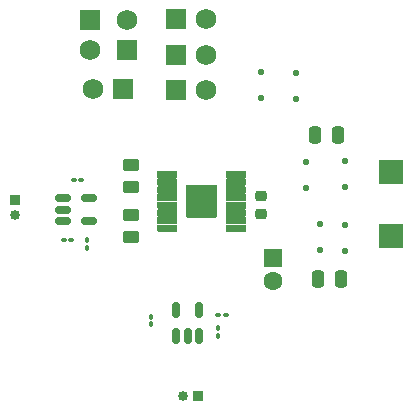
<source format=gbr>
%TF.GenerationSoftware,KiCad,Pcbnew,7.0.7*%
%TF.CreationDate,2024-10-24T16:02:22-07:00*%
%TF.ProjectId,PowerBoard_rev1.1,506f7765-7242-46f6-9172-645f72657631,rev?*%
%TF.SameCoordinates,Original*%
%TF.FileFunction,Soldermask,Top*%
%TF.FilePolarity,Negative*%
%FSLAX46Y46*%
G04 Gerber Fmt 4.6, Leading zero omitted, Abs format (unit mm)*
G04 Created by KiCad (PCBNEW 7.0.7) date 2024-10-24 16:02:22*
%MOMM*%
%LPD*%
G01*
G04 APERTURE LIST*
G04 Aperture macros list*
%AMRoundRect*
0 Rectangle with rounded corners*
0 $1 Rounding radius*
0 $2 $3 $4 $5 $6 $7 $8 $9 X,Y pos of 4 corners*
0 Add a 4 corners polygon primitive as box body*
4,1,4,$2,$3,$4,$5,$6,$7,$8,$9,$2,$3,0*
0 Add four circle primitives for the rounded corners*
1,1,$1+$1,$2,$3*
1,1,$1+$1,$4,$5*
1,1,$1+$1,$6,$7*
1,1,$1+$1,$8,$9*
0 Add four rect primitives between the rounded corners*
20,1,$1+$1,$2,$3,$4,$5,0*
20,1,$1+$1,$4,$5,$6,$7,0*
20,1,$1+$1,$6,$7,$8,$9,0*
20,1,$1+$1,$8,$9,$2,$3,0*%
G04 Aperture macros list end*
%ADD10C,0.010000*%
%ADD11R,1.600000X1.600000*%
%ADD12C,1.600000*%
%ADD13RoundRect,0.150000X-0.512500X-0.150000X0.512500X-0.150000X0.512500X0.150000X-0.512500X0.150000X0*%
%ADD14RoundRect,0.102000X0.765000X0.765000X-0.765000X0.765000X-0.765000X-0.765000X0.765000X-0.765000X0*%
%ADD15C,1.734000*%
%ADD16RoundRect,0.100000X0.100000X-0.130000X0.100000X0.130000X-0.100000X0.130000X-0.100000X-0.130000X0*%
%ADD17RoundRect,0.100000X-0.130000X-0.100000X0.130000X-0.100000X0.130000X0.100000X-0.130000X0.100000X0*%
%ADD18RoundRect,0.250000X-0.450000X0.262500X-0.450000X-0.262500X0.450000X-0.262500X0.450000X0.262500X0*%
%ADD19RoundRect,0.250000X0.450000X-0.262500X0.450000X0.262500X-0.450000X0.262500X-0.450000X-0.262500X0*%
%ADD20RoundRect,0.102000X0.765000X-0.765000X0.765000X0.765000X-0.765000X0.765000X-0.765000X-0.765000X0*%
%ADD21RoundRect,0.125000X-0.125000X0.125000X-0.125000X-0.125000X0.125000X-0.125000X0.125000X0.125000X0*%
%ADD22RoundRect,0.100000X0.130000X0.100000X-0.130000X0.100000X-0.130000X-0.100000X0.130000X-0.100000X0*%
%ADD23RoundRect,0.125000X0.125000X-0.125000X0.125000X0.125000X-0.125000X0.125000X-0.125000X-0.125000X0*%
%ADD24RoundRect,0.150000X0.150000X-0.512500X0.150000X0.512500X-0.150000X0.512500X-0.150000X-0.512500X0*%
%ADD25RoundRect,0.102000X-0.765000X-0.765000X0.765000X-0.765000X0.765000X0.765000X-0.765000X0.765000X0*%
%ADD26RoundRect,0.250000X0.250000X0.475000X-0.250000X0.475000X-0.250000X-0.475000X0.250000X-0.475000X0*%
%ADD27RoundRect,0.100000X-0.100000X0.130000X-0.100000X-0.130000X0.100000X-0.130000X0.100000X0.130000X0*%
%ADD28RoundRect,0.250000X-0.250000X-0.475000X0.250000X-0.475000X0.250000X0.475000X-0.250000X0.475000X0*%
%ADD29RoundRect,0.225000X0.250000X-0.225000X0.250000X0.225000X-0.250000X0.225000X-0.250000X-0.225000X0*%
%ADD30RoundRect,0.102000X-0.765000X0.765000X-0.765000X-0.765000X0.765000X-0.765000X0.765000X0.765000X0*%
%ADD31R,0.850000X0.850000*%
%ADD32C,0.850000*%
%ADD33R,2.000000X2.000000*%
G04 APERTURE END LIST*
%TO.C,U1*%
D10*
X140929600Y-73368200D02*
X140935600Y-73368200D01*
X140940600Y-73369200D01*
X140945600Y-73370200D01*
X140950600Y-73372200D01*
X140955600Y-73374200D01*
X140960600Y-73376200D01*
X140964600Y-73378200D01*
X140969600Y-73380200D01*
X140973600Y-73383200D01*
X140978600Y-73386200D01*
X140982600Y-73389200D01*
X140986600Y-73393200D01*
X140990600Y-73396200D01*
X140993600Y-73400200D01*
X140997600Y-73404200D01*
X141000600Y-73408200D01*
X141003600Y-73413200D01*
X141006600Y-73417200D01*
X141008600Y-73422200D01*
X141010600Y-73426200D01*
X141012600Y-73431200D01*
X141014600Y-73436200D01*
X141016600Y-73441200D01*
X141017600Y-73446200D01*
X141018600Y-73451200D01*
X141018600Y-73457200D01*
X141019600Y-73462200D01*
X141019600Y-73467200D01*
X141019600Y-73817200D01*
X141019600Y-73822200D01*
X141018600Y-73827200D01*
X141018600Y-73833200D01*
X141017600Y-73838200D01*
X141016600Y-73843200D01*
X141014600Y-73848200D01*
X141012600Y-73853200D01*
X141010600Y-73858200D01*
X141008600Y-73862200D01*
X141006600Y-73867200D01*
X141003600Y-73871200D01*
X141000600Y-73876200D01*
X140997600Y-73880200D01*
X140993600Y-73884200D01*
X140990600Y-73888200D01*
X140986600Y-73891200D01*
X140982600Y-73895200D01*
X140978600Y-73898200D01*
X140973600Y-73901200D01*
X140969600Y-73904200D01*
X140964600Y-73906200D01*
X140960600Y-73908200D01*
X140955600Y-73910200D01*
X140950600Y-73912200D01*
X140945600Y-73914200D01*
X140940600Y-73915200D01*
X140935600Y-73916200D01*
X140929600Y-73916200D01*
X140924600Y-73917200D01*
X140919600Y-73917200D01*
X139519600Y-73917200D01*
X139514600Y-73917200D01*
X139509600Y-73916200D01*
X139503600Y-73916200D01*
X139498600Y-73915200D01*
X139493600Y-73914200D01*
X139488600Y-73912200D01*
X139483600Y-73910200D01*
X139478600Y-73908200D01*
X139474600Y-73906200D01*
X139469600Y-73904200D01*
X139465600Y-73901200D01*
X139460600Y-73898200D01*
X139456600Y-73895200D01*
X139452600Y-73891200D01*
X139448600Y-73888200D01*
X139445600Y-73884200D01*
X139441600Y-73880200D01*
X139438600Y-73876200D01*
X139435600Y-73871200D01*
X139432600Y-73867200D01*
X139430600Y-73862200D01*
X139428600Y-73858200D01*
X139426600Y-73853200D01*
X139424600Y-73848200D01*
X139422600Y-73843200D01*
X139421600Y-73838200D01*
X139420600Y-73833200D01*
X139420600Y-73827200D01*
X139419600Y-73822200D01*
X139419600Y-73817200D01*
X139419600Y-73467200D01*
X139419600Y-73462200D01*
X139420600Y-73457200D01*
X139420600Y-73451200D01*
X139421600Y-73446200D01*
X139422600Y-73441200D01*
X139424600Y-73436200D01*
X139426600Y-73431200D01*
X139428600Y-73426200D01*
X139430600Y-73422200D01*
X139432600Y-73417200D01*
X139435600Y-73413200D01*
X139438600Y-73408200D01*
X139441600Y-73404200D01*
X139445600Y-73400200D01*
X139448600Y-73396200D01*
X139452600Y-73393200D01*
X139456600Y-73389200D01*
X139460600Y-73386200D01*
X139465600Y-73383200D01*
X139469600Y-73380200D01*
X139474600Y-73378200D01*
X139478600Y-73376200D01*
X139483600Y-73374200D01*
X139488600Y-73372200D01*
X139493600Y-73370200D01*
X139498600Y-73369200D01*
X139503600Y-73368200D01*
X139509600Y-73368200D01*
X139514600Y-73367200D01*
X139519600Y-73367200D01*
X140919600Y-73367200D01*
X140924600Y-73367200D01*
X140929600Y-73368200D01*
G36*
X140929600Y-73368200D02*
G01*
X140935600Y-73368200D01*
X140940600Y-73369200D01*
X140945600Y-73370200D01*
X140950600Y-73372200D01*
X140955600Y-73374200D01*
X140960600Y-73376200D01*
X140964600Y-73378200D01*
X140969600Y-73380200D01*
X140973600Y-73383200D01*
X140978600Y-73386200D01*
X140982600Y-73389200D01*
X140986600Y-73393200D01*
X140990600Y-73396200D01*
X140993600Y-73400200D01*
X140997600Y-73404200D01*
X141000600Y-73408200D01*
X141003600Y-73413200D01*
X141006600Y-73417200D01*
X141008600Y-73422200D01*
X141010600Y-73426200D01*
X141012600Y-73431200D01*
X141014600Y-73436200D01*
X141016600Y-73441200D01*
X141017600Y-73446200D01*
X141018600Y-73451200D01*
X141018600Y-73457200D01*
X141019600Y-73462200D01*
X141019600Y-73467200D01*
X141019600Y-73817200D01*
X141019600Y-73822200D01*
X141018600Y-73827200D01*
X141018600Y-73833200D01*
X141017600Y-73838200D01*
X141016600Y-73843200D01*
X141014600Y-73848200D01*
X141012600Y-73853200D01*
X141010600Y-73858200D01*
X141008600Y-73862200D01*
X141006600Y-73867200D01*
X141003600Y-73871200D01*
X141000600Y-73876200D01*
X140997600Y-73880200D01*
X140993600Y-73884200D01*
X140990600Y-73888200D01*
X140986600Y-73891200D01*
X140982600Y-73895200D01*
X140978600Y-73898200D01*
X140973600Y-73901200D01*
X140969600Y-73904200D01*
X140964600Y-73906200D01*
X140960600Y-73908200D01*
X140955600Y-73910200D01*
X140950600Y-73912200D01*
X140945600Y-73914200D01*
X140940600Y-73915200D01*
X140935600Y-73916200D01*
X140929600Y-73916200D01*
X140924600Y-73917200D01*
X140919600Y-73917200D01*
X139519600Y-73917200D01*
X139514600Y-73917200D01*
X139509600Y-73916200D01*
X139503600Y-73916200D01*
X139498600Y-73915200D01*
X139493600Y-73914200D01*
X139488600Y-73912200D01*
X139483600Y-73910200D01*
X139478600Y-73908200D01*
X139474600Y-73906200D01*
X139469600Y-73904200D01*
X139465600Y-73901200D01*
X139460600Y-73898200D01*
X139456600Y-73895200D01*
X139452600Y-73891200D01*
X139448600Y-73888200D01*
X139445600Y-73884200D01*
X139441600Y-73880200D01*
X139438600Y-73876200D01*
X139435600Y-73871200D01*
X139432600Y-73867200D01*
X139430600Y-73862200D01*
X139428600Y-73858200D01*
X139426600Y-73853200D01*
X139424600Y-73848200D01*
X139422600Y-73843200D01*
X139421600Y-73838200D01*
X139420600Y-73833200D01*
X139420600Y-73827200D01*
X139419600Y-73822200D01*
X139419600Y-73817200D01*
X139419600Y-73467200D01*
X139419600Y-73462200D01*
X139420600Y-73457200D01*
X139420600Y-73451200D01*
X139421600Y-73446200D01*
X139422600Y-73441200D01*
X139424600Y-73436200D01*
X139426600Y-73431200D01*
X139428600Y-73426200D01*
X139430600Y-73422200D01*
X139432600Y-73417200D01*
X139435600Y-73413200D01*
X139438600Y-73408200D01*
X139441600Y-73404200D01*
X139445600Y-73400200D01*
X139448600Y-73396200D01*
X139452600Y-73393200D01*
X139456600Y-73389200D01*
X139460600Y-73386200D01*
X139465600Y-73383200D01*
X139469600Y-73380200D01*
X139474600Y-73378200D01*
X139478600Y-73376200D01*
X139483600Y-73374200D01*
X139488600Y-73372200D01*
X139493600Y-73370200D01*
X139498600Y-73369200D01*
X139503600Y-73368200D01*
X139509600Y-73368200D01*
X139514600Y-73367200D01*
X139519600Y-73367200D01*
X140919600Y-73367200D01*
X140924600Y-73367200D01*
X140929600Y-73368200D01*
G37*
X140929600Y-74018200D02*
X140935600Y-74018200D01*
X140940600Y-74019200D01*
X140945600Y-74020200D01*
X140950600Y-74022200D01*
X140955600Y-74024200D01*
X140960600Y-74026200D01*
X140964600Y-74028200D01*
X140969600Y-74030200D01*
X140973600Y-74033200D01*
X140978600Y-74036200D01*
X140982600Y-74039200D01*
X140986600Y-74043200D01*
X140990600Y-74046200D01*
X140993600Y-74050200D01*
X140997600Y-74054200D01*
X141000600Y-74058200D01*
X141003600Y-74063200D01*
X141006600Y-74067200D01*
X141008600Y-74072200D01*
X141010600Y-74076200D01*
X141012600Y-74081200D01*
X141014600Y-74086200D01*
X141016600Y-74091200D01*
X141017600Y-74096200D01*
X141018600Y-74101200D01*
X141018600Y-74107200D01*
X141019600Y-74112200D01*
X141019600Y-74117200D01*
X141019600Y-74467200D01*
X141019600Y-74472200D01*
X141018600Y-74477200D01*
X141018600Y-74483200D01*
X141017600Y-74488200D01*
X141016600Y-74493200D01*
X141014600Y-74498200D01*
X141012600Y-74503200D01*
X141010600Y-74508200D01*
X141008600Y-74512200D01*
X141006600Y-74517200D01*
X141003600Y-74521200D01*
X141000600Y-74526200D01*
X140997600Y-74530200D01*
X140993600Y-74534200D01*
X140990600Y-74538200D01*
X140986600Y-74541200D01*
X140982600Y-74545200D01*
X140978600Y-74548200D01*
X140973600Y-74551200D01*
X140969600Y-74554200D01*
X140964600Y-74556200D01*
X140960600Y-74558200D01*
X140955600Y-74560200D01*
X140950600Y-74562200D01*
X140945600Y-74564200D01*
X140940600Y-74565200D01*
X140935600Y-74566200D01*
X140929600Y-74566200D01*
X140924600Y-74567200D01*
X140919600Y-74567200D01*
X139519600Y-74567200D01*
X139514600Y-74567200D01*
X139509600Y-74566200D01*
X139503600Y-74566200D01*
X139498600Y-74565200D01*
X139493600Y-74564200D01*
X139488600Y-74562200D01*
X139483600Y-74560200D01*
X139478600Y-74558200D01*
X139474600Y-74556200D01*
X139469600Y-74554200D01*
X139465600Y-74551200D01*
X139460600Y-74548200D01*
X139456600Y-74545200D01*
X139452600Y-74541200D01*
X139448600Y-74538200D01*
X139445600Y-74534200D01*
X139441600Y-74530200D01*
X139438600Y-74526200D01*
X139435600Y-74521200D01*
X139432600Y-74517200D01*
X139430600Y-74512200D01*
X139428600Y-74508200D01*
X139426600Y-74503200D01*
X139424600Y-74498200D01*
X139422600Y-74493200D01*
X139421600Y-74488200D01*
X139420600Y-74483200D01*
X139420600Y-74477200D01*
X139419600Y-74472200D01*
X139419600Y-74467200D01*
X139419600Y-74117200D01*
X139419600Y-74112200D01*
X139420600Y-74107200D01*
X139420600Y-74101200D01*
X139421600Y-74096200D01*
X139422600Y-74091200D01*
X139424600Y-74086200D01*
X139426600Y-74081200D01*
X139428600Y-74076200D01*
X139430600Y-74072200D01*
X139432600Y-74067200D01*
X139435600Y-74063200D01*
X139438600Y-74058200D01*
X139441600Y-74054200D01*
X139445600Y-74050200D01*
X139448600Y-74046200D01*
X139452600Y-74043200D01*
X139456600Y-74039200D01*
X139460600Y-74036200D01*
X139465600Y-74033200D01*
X139469600Y-74030200D01*
X139474600Y-74028200D01*
X139478600Y-74026200D01*
X139483600Y-74024200D01*
X139488600Y-74022200D01*
X139493600Y-74020200D01*
X139498600Y-74019200D01*
X139503600Y-74018200D01*
X139509600Y-74018200D01*
X139514600Y-74017200D01*
X139519600Y-74017200D01*
X140919600Y-74017200D01*
X140924600Y-74017200D01*
X140929600Y-74018200D01*
G36*
X140929600Y-74018200D02*
G01*
X140935600Y-74018200D01*
X140940600Y-74019200D01*
X140945600Y-74020200D01*
X140950600Y-74022200D01*
X140955600Y-74024200D01*
X140960600Y-74026200D01*
X140964600Y-74028200D01*
X140969600Y-74030200D01*
X140973600Y-74033200D01*
X140978600Y-74036200D01*
X140982600Y-74039200D01*
X140986600Y-74043200D01*
X140990600Y-74046200D01*
X140993600Y-74050200D01*
X140997600Y-74054200D01*
X141000600Y-74058200D01*
X141003600Y-74063200D01*
X141006600Y-74067200D01*
X141008600Y-74072200D01*
X141010600Y-74076200D01*
X141012600Y-74081200D01*
X141014600Y-74086200D01*
X141016600Y-74091200D01*
X141017600Y-74096200D01*
X141018600Y-74101200D01*
X141018600Y-74107200D01*
X141019600Y-74112200D01*
X141019600Y-74117200D01*
X141019600Y-74467200D01*
X141019600Y-74472200D01*
X141018600Y-74477200D01*
X141018600Y-74483200D01*
X141017600Y-74488200D01*
X141016600Y-74493200D01*
X141014600Y-74498200D01*
X141012600Y-74503200D01*
X141010600Y-74508200D01*
X141008600Y-74512200D01*
X141006600Y-74517200D01*
X141003600Y-74521200D01*
X141000600Y-74526200D01*
X140997600Y-74530200D01*
X140993600Y-74534200D01*
X140990600Y-74538200D01*
X140986600Y-74541200D01*
X140982600Y-74545200D01*
X140978600Y-74548200D01*
X140973600Y-74551200D01*
X140969600Y-74554200D01*
X140964600Y-74556200D01*
X140960600Y-74558200D01*
X140955600Y-74560200D01*
X140950600Y-74562200D01*
X140945600Y-74564200D01*
X140940600Y-74565200D01*
X140935600Y-74566200D01*
X140929600Y-74566200D01*
X140924600Y-74567200D01*
X140919600Y-74567200D01*
X139519600Y-74567200D01*
X139514600Y-74567200D01*
X139509600Y-74566200D01*
X139503600Y-74566200D01*
X139498600Y-74565200D01*
X139493600Y-74564200D01*
X139488600Y-74562200D01*
X139483600Y-74560200D01*
X139478600Y-74558200D01*
X139474600Y-74556200D01*
X139469600Y-74554200D01*
X139465600Y-74551200D01*
X139460600Y-74548200D01*
X139456600Y-74545200D01*
X139452600Y-74541200D01*
X139448600Y-74538200D01*
X139445600Y-74534200D01*
X139441600Y-74530200D01*
X139438600Y-74526200D01*
X139435600Y-74521200D01*
X139432600Y-74517200D01*
X139430600Y-74512200D01*
X139428600Y-74508200D01*
X139426600Y-74503200D01*
X139424600Y-74498200D01*
X139422600Y-74493200D01*
X139421600Y-74488200D01*
X139420600Y-74483200D01*
X139420600Y-74477200D01*
X139419600Y-74472200D01*
X139419600Y-74467200D01*
X139419600Y-74117200D01*
X139419600Y-74112200D01*
X139420600Y-74107200D01*
X139420600Y-74101200D01*
X139421600Y-74096200D01*
X139422600Y-74091200D01*
X139424600Y-74086200D01*
X139426600Y-74081200D01*
X139428600Y-74076200D01*
X139430600Y-74072200D01*
X139432600Y-74067200D01*
X139435600Y-74063200D01*
X139438600Y-74058200D01*
X139441600Y-74054200D01*
X139445600Y-74050200D01*
X139448600Y-74046200D01*
X139452600Y-74043200D01*
X139456600Y-74039200D01*
X139460600Y-74036200D01*
X139465600Y-74033200D01*
X139469600Y-74030200D01*
X139474600Y-74028200D01*
X139478600Y-74026200D01*
X139483600Y-74024200D01*
X139488600Y-74022200D01*
X139493600Y-74020200D01*
X139498600Y-74019200D01*
X139503600Y-74018200D01*
X139509600Y-74018200D01*
X139514600Y-74017200D01*
X139519600Y-74017200D01*
X140919600Y-74017200D01*
X140924600Y-74017200D01*
X140929600Y-74018200D01*
G37*
X140929600Y-74668200D02*
X140935600Y-74668200D01*
X140940600Y-74669200D01*
X140945600Y-74670200D01*
X140950600Y-74672200D01*
X140955600Y-74674200D01*
X140960600Y-74676200D01*
X140964600Y-74678200D01*
X140969600Y-74680200D01*
X140973600Y-74683200D01*
X140978600Y-74686200D01*
X140982600Y-74689200D01*
X140986600Y-74693200D01*
X140990600Y-74696200D01*
X140993600Y-74700200D01*
X140997600Y-74704200D01*
X141000600Y-74708200D01*
X141003600Y-74713200D01*
X141006600Y-74717200D01*
X141008600Y-74722200D01*
X141010600Y-74726200D01*
X141012600Y-74731200D01*
X141014600Y-74736200D01*
X141016600Y-74741200D01*
X141017600Y-74746200D01*
X141018600Y-74751200D01*
X141018600Y-74757200D01*
X141019600Y-74762200D01*
X141019600Y-74767200D01*
X141019600Y-75117200D01*
X141019600Y-75122200D01*
X141018600Y-75127200D01*
X141018600Y-75133200D01*
X141017600Y-75138200D01*
X141016600Y-75143200D01*
X141014600Y-75148200D01*
X141012600Y-75153200D01*
X141010600Y-75158200D01*
X141008600Y-75162200D01*
X141006600Y-75167200D01*
X141003600Y-75171200D01*
X141000600Y-75176200D01*
X140997600Y-75180200D01*
X140993600Y-75184200D01*
X140990600Y-75188200D01*
X140986600Y-75191200D01*
X140982600Y-75195200D01*
X140978600Y-75198200D01*
X140973600Y-75201200D01*
X140969600Y-75204200D01*
X140964600Y-75206200D01*
X140960600Y-75208200D01*
X140955600Y-75210200D01*
X140950600Y-75212200D01*
X140945600Y-75214200D01*
X140940600Y-75215200D01*
X140935600Y-75216200D01*
X140929600Y-75216200D01*
X140924600Y-75217200D01*
X140919600Y-75217200D01*
X139519600Y-75217200D01*
X139514600Y-75217200D01*
X139509600Y-75216200D01*
X139503600Y-75216200D01*
X139498600Y-75215200D01*
X139493600Y-75214200D01*
X139488600Y-75212200D01*
X139483600Y-75210200D01*
X139478600Y-75208200D01*
X139474600Y-75206200D01*
X139469600Y-75204200D01*
X139465600Y-75201200D01*
X139460600Y-75198200D01*
X139456600Y-75195200D01*
X139452600Y-75191200D01*
X139448600Y-75188200D01*
X139445600Y-75184200D01*
X139441600Y-75180200D01*
X139438600Y-75176200D01*
X139435600Y-75171200D01*
X139432600Y-75167200D01*
X139430600Y-75162200D01*
X139428600Y-75158200D01*
X139426600Y-75153200D01*
X139424600Y-75148200D01*
X139422600Y-75143200D01*
X139421600Y-75138200D01*
X139420600Y-75133200D01*
X139420600Y-75127200D01*
X139419600Y-75122200D01*
X139419600Y-75117200D01*
X139419600Y-74767200D01*
X139419600Y-74762200D01*
X139420600Y-74757200D01*
X139420600Y-74751200D01*
X139421600Y-74746200D01*
X139422600Y-74741200D01*
X139424600Y-74736200D01*
X139426600Y-74731200D01*
X139428600Y-74726200D01*
X139430600Y-74722200D01*
X139432600Y-74717200D01*
X139435600Y-74713200D01*
X139438600Y-74708200D01*
X139441600Y-74704200D01*
X139445600Y-74700200D01*
X139448600Y-74696200D01*
X139452600Y-74693200D01*
X139456600Y-74689200D01*
X139460600Y-74686200D01*
X139465600Y-74683200D01*
X139469600Y-74680200D01*
X139474600Y-74678200D01*
X139478600Y-74676200D01*
X139483600Y-74674200D01*
X139488600Y-74672200D01*
X139493600Y-74670200D01*
X139498600Y-74669200D01*
X139503600Y-74668200D01*
X139509600Y-74668200D01*
X139514600Y-74667200D01*
X139519600Y-74667200D01*
X140919600Y-74667200D01*
X140924600Y-74667200D01*
X140929600Y-74668200D01*
G36*
X140929600Y-74668200D02*
G01*
X140935600Y-74668200D01*
X140940600Y-74669200D01*
X140945600Y-74670200D01*
X140950600Y-74672200D01*
X140955600Y-74674200D01*
X140960600Y-74676200D01*
X140964600Y-74678200D01*
X140969600Y-74680200D01*
X140973600Y-74683200D01*
X140978600Y-74686200D01*
X140982600Y-74689200D01*
X140986600Y-74693200D01*
X140990600Y-74696200D01*
X140993600Y-74700200D01*
X140997600Y-74704200D01*
X141000600Y-74708200D01*
X141003600Y-74713200D01*
X141006600Y-74717200D01*
X141008600Y-74722200D01*
X141010600Y-74726200D01*
X141012600Y-74731200D01*
X141014600Y-74736200D01*
X141016600Y-74741200D01*
X141017600Y-74746200D01*
X141018600Y-74751200D01*
X141018600Y-74757200D01*
X141019600Y-74762200D01*
X141019600Y-74767200D01*
X141019600Y-75117200D01*
X141019600Y-75122200D01*
X141018600Y-75127200D01*
X141018600Y-75133200D01*
X141017600Y-75138200D01*
X141016600Y-75143200D01*
X141014600Y-75148200D01*
X141012600Y-75153200D01*
X141010600Y-75158200D01*
X141008600Y-75162200D01*
X141006600Y-75167200D01*
X141003600Y-75171200D01*
X141000600Y-75176200D01*
X140997600Y-75180200D01*
X140993600Y-75184200D01*
X140990600Y-75188200D01*
X140986600Y-75191200D01*
X140982600Y-75195200D01*
X140978600Y-75198200D01*
X140973600Y-75201200D01*
X140969600Y-75204200D01*
X140964600Y-75206200D01*
X140960600Y-75208200D01*
X140955600Y-75210200D01*
X140950600Y-75212200D01*
X140945600Y-75214200D01*
X140940600Y-75215200D01*
X140935600Y-75216200D01*
X140929600Y-75216200D01*
X140924600Y-75217200D01*
X140919600Y-75217200D01*
X139519600Y-75217200D01*
X139514600Y-75217200D01*
X139509600Y-75216200D01*
X139503600Y-75216200D01*
X139498600Y-75215200D01*
X139493600Y-75214200D01*
X139488600Y-75212200D01*
X139483600Y-75210200D01*
X139478600Y-75208200D01*
X139474600Y-75206200D01*
X139469600Y-75204200D01*
X139465600Y-75201200D01*
X139460600Y-75198200D01*
X139456600Y-75195200D01*
X139452600Y-75191200D01*
X139448600Y-75188200D01*
X139445600Y-75184200D01*
X139441600Y-75180200D01*
X139438600Y-75176200D01*
X139435600Y-75171200D01*
X139432600Y-75167200D01*
X139430600Y-75162200D01*
X139428600Y-75158200D01*
X139426600Y-75153200D01*
X139424600Y-75148200D01*
X139422600Y-75143200D01*
X139421600Y-75138200D01*
X139420600Y-75133200D01*
X139420600Y-75127200D01*
X139419600Y-75122200D01*
X139419600Y-75117200D01*
X139419600Y-74767200D01*
X139419600Y-74762200D01*
X139420600Y-74757200D01*
X139420600Y-74751200D01*
X139421600Y-74746200D01*
X139422600Y-74741200D01*
X139424600Y-74736200D01*
X139426600Y-74731200D01*
X139428600Y-74726200D01*
X139430600Y-74722200D01*
X139432600Y-74717200D01*
X139435600Y-74713200D01*
X139438600Y-74708200D01*
X139441600Y-74704200D01*
X139445600Y-74700200D01*
X139448600Y-74696200D01*
X139452600Y-74693200D01*
X139456600Y-74689200D01*
X139460600Y-74686200D01*
X139465600Y-74683200D01*
X139469600Y-74680200D01*
X139474600Y-74678200D01*
X139478600Y-74676200D01*
X139483600Y-74674200D01*
X139488600Y-74672200D01*
X139493600Y-74670200D01*
X139498600Y-74669200D01*
X139503600Y-74668200D01*
X139509600Y-74668200D01*
X139514600Y-74667200D01*
X139519600Y-74667200D01*
X140919600Y-74667200D01*
X140924600Y-74667200D01*
X140929600Y-74668200D01*
G37*
X140929600Y-75318200D02*
X140935600Y-75318200D01*
X140940600Y-75319200D01*
X140945600Y-75320200D01*
X140950600Y-75322200D01*
X140955600Y-75324200D01*
X140960600Y-75326200D01*
X140964600Y-75328200D01*
X140969600Y-75330200D01*
X140973600Y-75333200D01*
X140978600Y-75336200D01*
X140982600Y-75339200D01*
X140986600Y-75343200D01*
X140990600Y-75346200D01*
X140993600Y-75350200D01*
X140997600Y-75354200D01*
X141000600Y-75358200D01*
X141003600Y-75363200D01*
X141006600Y-75367200D01*
X141008600Y-75372200D01*
X141010600Y-75376200D01*
X141012600Y-75381200D01*
X141014600Y-75386200D01*
X141016600Y-75391200D01*
X141017600Y-75396200D01*
X141018600Y-75401200D01*
X141018600Y-75407200D01*
X141019600Y-75412200D01*
X141019600Y-75417200D01*
X141019600Y-75767200D01*
X141019600Y-75772200D01*
X141018600Y-75777200D01*
X141018600Y-75783200D01*
X141017600Y-75788200D01*
X141016600Y-75793200D01*
X141014600Y-75798200D01*
X141012600Y-75803200D01*
X141010600Y-75808200D01*
X141008600Y-75812200D01*
X141006600Y-75817200D01*
X141003600Y-75821200D01*
X141000600Y-75826200D01*
X140997600Y-75830200D01*
X140993600Y-75834200D01*
X140990600Y-75838200D01*
X140986600Y-75841200D01*
X140982600Y-75845200D01*
X140978600Y-75848200D01*
X140973600Y-75851200D01*
X140969600Y-75854200D01*
X140964600Y-75856200D01*
X140960600Y-75858200D01*
X140955600Y-75860200D01*
X140950600Y-75862200D01*
X140945600Y-75864200D01*
X140940600Y-75865200D01*
X140935600Y-75866200D01*
X140929600Y-75866200D01*
X140924600Y-75867200D01*
X140919600Y-75867200D01*
X139519600Y-75867200D01*
X139514600Y-75867200D01*
X139509600Y-75866200D01*
X139503600Y-75866200D01*
X139498600Y-75865200D01*
X139493600Y-75864200D01*
X139488600Y-75862200D01*
X139483600Y-75860200D01*
X139478600Y-75858200D01*
X139474600Y-75856200D01*
X139469600Y-75854200D01*
X139465600Y-75851200D01*
X139460600Y-75848200D01*
X139456600Y-75845200D01*
X139452600Y-75841200D01*
X139448600Y-75838200D01*
X139445600Y-75834200D01*
X139441600Y-75830200D01*
X139438600Y-75826200D01*
X139435600Y-75821200D01*
X139432600Y-75817200D01*
X139430600Y-75812200D01*
X139428600Y-75808200D01*
X139426600Y-75803200D01*
X139424600Y-75798200D01*
X139422600Y-75793200D01*
X139421600Y-75788200D01*
X139420600Y-75783200D01*
X139420600Y-75777200D01*
X139419600Y-75772200D01*
X139419600Y-75767200D01*
X139419600Y-75417200D01*
X139419600Y-75412200D01*
X139420600Y-75407200D01*
X139420600Y-75401200D01*
X139421600Y-75396200D01*
X139422600Y-75391200D01*
X139424600Y-75386200D01*
X139426600Y-75381200D01*
X139428600Y-75376200D01*
X139430600Y-75372200D01*
X139432600Y-75367200D01*
X139435600Y-75363200D01*
X139438600Y-75358200D01*
X139441600Y-75354200D01*
X139445600Y-75350200D01*
X139448600Y-75346200D01*
X139452600Y-75343200D01*
X139456600Y-75339200D01*
X139460600Y-75336200D01*
X139465600Y-75333200D01*
X139469600Y-75330200D01*
X139474600Y-75328200D01*
X139478600Y-75326200D01*
X139483600Y-75324200D01*
X139488600Y-75322200D01*
X139493600Y-75320200D01*
X139498600Y-75319200D01*
X139503600Y-75318200D01*
X139509600Y-75318200D01*
X139514600Y-75317200D01*
X139519600Y-75317200D01*
X140919600Y-75317200D01*
X140924600Y-75317200D01*
X140929600Y-75318200D01*
G36*
X140929600Y-75318200D02*
G01*
X140935600Y-75318200D01*
X140940600Y-75319200D01*
X140945600Y-75320200D01*
X140950600Y-75322200D01*
X140955600Y-75324200D01*
X140960600Y-75326200D01*
X140964600Y-75328200D01*
X140969600Y-75330200D01*
X140973600Y-75333200D01*
X140978600Y-75336200D01*
X140982600Y-75339200D01*
X140986600Y-75343200D01*
X140990600Y-75346200D01*
X140993600Y-75350200D01*
X140997600Y-75354200D01*
X141000600Y-75358200D01*
X141003600Y-75363200D01*
X141006600Y-75367200D01*
X141008600Y-75372200D01*
X141010600Y-75376200D01*
X141012600Y-75381200D01*
X141014600Y-75386200D01*
X141016600Y-75391200D01*
X141017600Y-75396200D01*
X141018600Y-75401200D01*
X141018600Y-75407200D01*
X141019600Y-75412200D01*
X141019600Y-75417200D01*
X141019600Y-75767200D01*
X141019600Y-75772200D01*
X141018600Y-75777200D01*
X141018600Y-75783200D01*
X141017600Y-75788200D01*
X141016600Y-75793200D01*
X141014600Y-75798200D01*
X141012600Y-75803200D01*
X141010600Y-75808200D01*
X141008600Y-75812200D01*
X141006600Y-75817200D01*
X141003600Y-75821200D01*
X141000600Y-75826200D01*
X140997600Y-75830200D01*
X140993600Y-75834200D01*
X140990600Y-75838200D01*
X140986600Y-75841200D01*
X140982600Y-75845200D01*
X140978600Y-75848200D01*
X140973600Y-75851200D01*
X140969600Y-75854200D01*
X140964600Y-75856200D01*
X140960600Y-75858200D01*
X140955600Y-75860200D01*
X140950600Y-75862200D01*
X140945600Y-75864200D01*
X140940600Y-75865200D01*
X140935600Y-75866200D01*
X140929600Y-75866200D01*
X140924600Y-75867200D01*
X140919600Y-75867200D01*
X139519600Y-75867200D01*
X139514600Y-75867200D01*
X139509600Y-75866200D01*
X139503600Y-75866200D01*
X139498600Y-75865200D01*
X139493600Y-75864200D01*
X139488600Y-75862200D01*
X139483600Y-75860200D01*
X139478600Y-75858200D01*
X139474600Y-75856200D01*
X139469600Y-75854200D01*
X139465600Y-75851200D01*
X139460600Y-75848200D01*
X139456600Y-75845200D01*
X139452600Y-75841200D01*
X139448600Y-75838200D01*
X139445600Y-75834200D01*
X139441600Y-75830200D01*
X139438600Y-75826200D01*
X139435600Y-75821200D01*
X139432600Y-75817200D01*
X139430600Y-75812200D01*
X139428600Y-75808200D01*
X139426600Y-75803200D01*
X139424600Y-75798200D01*
X139422600Y-75793200D01*
X139421600Y-75788200D01*
X139420600Y-75783200D01*
X139420600Y-75777200D01*
X139419600Y-75772200D01*
X139419600Y-75767200D01*
X139419600Y-75417200D01*
X139419600Y-75412200D01*
X139420600Y-75407200D01*
X139420600Y-75401200D01*
X139421600Y-75396200D01*
X139422600Y-75391200D01*
X139424600Y-75386200D01*
X139426600Y-75381200D01*
X139428600Y-75376200D01*
X139430600Y-75372200D01*
X139432600Y-75367200D01*
X139435600Y-75363200D01*
X139438600Y-75358200D01*
X139441600Y-75354200D01*
X139445600Y-75350200D01*
X139448600Y-75346200D01*
X139452600Y-75343200D01*
X139456600Y-75339200D01*
X139460600Y-75336200D01*
X139465600Y-75333200D01*
X139469600Y-75330200D01*
X139474600Y-75328200D01*
X139478600Y-75326200D01*
X139483600Y-75324200D01*
X139488600Y-75322200D01*
X139493600Y-75320200D01*
X139498600Y-75319200D01*
X139503600Y-75318200D01*
X139509600Y-75318200D01*
X139514600Y-75317200D01*
X139519600Y-75317200D01*
X140919600Y-75317200D01*
X140924600Y-75317200D01*
X140929600Y-75318200D01*
G37*
X140929600Y-75968200D02*
X140935600Y-75968200D01*
X140940600Y-75969200D01*
X140945600Y-75970200D01*
X140950600Y-75972200D01*
X140955600Y-75974200D01*
X140960600Y-75976200D01*
X140964600Y-75978200D01*
X140969600Y-75980200D01*
X140973600Y-75983200D01*
X140978600Y-75986200D01*
X140982600Y-75989200D01*
X140986600Y-75993200D01*
X140990600Y-75996200D01*
X140993600Y-76000200D01*
X140997600Y-76004200D01*
X141000600Y-76008200D01*
X141003600Y-76013200D01*
X141006600Y-76017200D01*
X141008600Y-76022200D01*
X141010600Y-76026200D01*
X141012600Y-76031200D01*
X141014600Y-76036200D01*
X141016600Y-76041200D01*
X141017600Y-76046200D01*
X141018600Y-76051200D01*
X141018600Y-76057200D01*
X141019600Y-76062200D01*
X141019600Y-76067200D01*
X141019600Y-76417200D01*
X141019600Y-76422200D01*
X141018600Y-76427200D01*
X141018600Y-76433200D01*
X141017600Y-76438200D01*
X141016600Y-76443200D01*
X141014600Y-76448200D01*
X141012600Y-76453200D01*
X141010600Y-76458200D01*
X141008600Y-76462200D01*
X141006600Y-76467200D01*
X141003600Y-76471200D01*
X141000600Y-76476200D01*
X140997600Y-76480200D01*
X140993600Y-76484200D01*
X140990600Y-76488200D01*
X140986600Y-76491200D01*
X140982600Y-76495200D01*
X140978600Y-76498200D01*
X140973600Y-76501200D01*
X140969600Y-76504200D01*
X140964600Y-76506200D01*
X140960600Y-76508200D01*
X140955600Y-76510200D01*
X140950600Y-76512200D01*
X140945600Y-76514200D01*
X140940600Y-76515200D01*
X140935600Y-76516200D01*
X140929600Y-76516200D01*
X140924600Y-76517200D01*
X140919600Y-76517200D01*
X139519600Y-76517200D01*
X139514600Y-76517200D01*
X139509600Y-76516200D01*
X139503600Y-76516200D01*
X139498600Y-76515200D01*
X139493600Y-76514200D01*
X139488600Y-76512200D01*
X139483600Y-76510200D01*
X139478600Y-76508200D01*
X139474600Y-76506200D01*
X139469600Y-76504200D01*
X139465600Y-76501200D01*
X139460600Y-76498200D01*
X139456600Y-76495200D01*
X139452600Y-76491200D01*
X139448600Y-76488200D01*
X139445600Y-76484200D01*
X139441600Y-76480200D01*
X139438600Y-76476200D01*
X139435600Y-76471200D01*
X139432600Y-76467200D01*
X139430600Y-76462200D01*
X139428600Y-76458200D01*
X139426600Y-76453200D01*
X139424600Y-76448200D01*
X139422600Y-76443200D01*
X139421600Y-76438200D01*
X139420600Y-76433200D01*
X139420600Y-76427200D01*
X139419600Y-76422200D01*
X139419600Y-76417200D01*
X139419600Y-76067200D01*
X139419600Y-76062200D01*
X139420600Y-76057200D01*
X139420600Y-76051200D01*
X139421600Y-76046200D01*
X139422600Y-76041200D01*
X139424600Y-76036200D01*
X139426600Y-76031200D01*
X139428600Y-76026200D01*
X139430600Y-76022200D01*
X139432600Y-76017200D01*
X139435600Y-76013200D01*
X139438600Y-76008200D01*
X139441600Y-76004200D01*
X139445600Y-76000200D01*
X139448600Y-75996200D01*
X139452600Y-75993200D01*
X139456600Y-75989200D01*
X139460600Y-75986200D01*
X139465600Y-75983200D01*
X139469600Y-75980200D01*
X139474600Y-75978200D01*
X139478600Y-75976200D01*
X139483600Y-75974200D01*
X139488600Y-75972200D01*
X139493600Y-75970200D01*
X139498600Y-75969200D01*
X139503600Y-75968200D01*
X139509600Y-75968200D01*
X139514600Y-75967200D01*
X139519600Y-75967200D01*
X140919600Y-75967200D01*
X140924600Y-75967200D01*
X140929600Y-75968200D01*
G36*
X140929600Y-75968200D02*
G01*
X140935600Y-75968200D01*
X140940600Y-75969200D01*
X140945600Y-75970200D01*
X140950600Y-75972200D01*
X140955600Y-75974200D01*
X140960600Y-75976200D01*
X140964600Y-75978200D01*
X140969600Y-75980200D01*
X140973600Y-75983200D01*
X140978600Y-75986200D01*
X140982600Y-75989200D01*
X140986600Y-75993200D01*
X140990600Y-75996200D01*
X140993600Y-76000200D01*
X140997600Y-76004200D01*
X141000600Y-76008200D01*
X141003600Y-76013200D01*
X141006600Y-76017200D01*
X141008600Y-76022200D01*
X141010600Y-76026200D01*
X141012600Y-76031200D01*
X141014600Y-76036200D01*
X141016600Y-76041200D01*
X141017600Y-76046200D01*
X141018600Y-76051200D01*
X141018600Y-76057200D01*
X141019600Y-76062200D01*
X141019600Y-76067200D01*
X141019600Y-76417200D01*
X141019600Y-76422200D01*
X141018600Y-76427200D01*
X141018600Y-76433200D01*
X141017600Y-76438200D01*
X141016600Y-76443200D01*
X141014600Y-76448200D01*
X141012600Y-76453200D01*
X141010600Y-76458200D01*
X141008600Y-76462200D01*
X141006600Y-76467200D01*
X141003600Y-76471200D01*
X141000600Y-76476200D01*
X140997600Y-76480200D01*
X140993600Y-76484200D01*
X140990600Y-76488200D01*
X140986600Y-76491200D01*
X140982600Y-76495200D01*
X140978600Y-76498200D01*
X140973600Y-76501200D01*
X140969600Y-76504200D01*
X140964600Y-76506200D01*
X140960600Y-76508200D01*
X140955600Y-76510200D01*
X140950600Y-76512200D01*
X140945600Y-76514200D01*
X140940600Y-76515200D01*
X140935600Y-76516200D01*
X140929600Y-76516200D01*
X140924600Y-76517200D01*
X140919600Y-76517200D01*
X139519600Y-76517200D01*
X139514600Y-76517200D01*
X139509600Y-76516200D01*
X139503600Y-76516200D01*
X139498600Y-76515200D01*
X139493600Y-76514200D01*
X139488600Y-76512200D01*
X139483600Y-76510200D01*
X139478600Y-76508200D01*
X139474600Y-76506200D01*
X139469600Y-76504200D01*
X139465600Y-76501200D01*
X139460600Y-76498200D01*
X139456600Y-76495200D01*
X139452600Y-76491200D01*
X139448600Y-76488200D01*
X139445600Y-76484200D01*
X139441600Y-76480200D01*
X139438600Y-76476200D01*
X139435600Y-76471200D01*
X139432600Y-76467200D01*
X139430600Y-76462200D01*
X139428600Y-76458200D01*
X139426600Y-76453200D01*
X139424600Y-76448200D01*
X139422600Y-76443200D01*
X139421600Y-76438200D01*
X139420600Y-76433200D01*
X139420600Y-76427200D01*
X139419600Y-76422200D01*
X139419600Y-76417200D01*
X139419600Y-76067200D01*
X139419600Y-76062200D01*
X139420600Y-76057200D01*
X139420600Y-76051200D01*
X139421600Y-76046200D01*
X139422600Y-76041200D01*
X139424600Y-76036200D01*
X139426600Y-76031200D01*
X139428600Y-76026200D01*
X139430600Y-76022200D01*
X139432600Y-76017200D01*
X139435600Y-76013200D01*
X139438600Y-76008200D01*
X139441600Y-76004200D01*
X139445600Y-76000200D01*
X139448600Y-75996200D01*
X139452600Y-75993200D01*
X139456600Y-75989200D01*
X139460600Y-75986200D01*
X139465600Y-75983200D01*
X139469600Y-75980200D01*
X139474600Y-75978200D01*
X139478600Y-75976200D01*
X139483600Y-75974200D01*
X139488600Y-75972200D01*
X139493600Y-75970200D01*
X139498600Y-75969200D01*
X139503600Y-75968200D01*
X139509600Y-75968200D01*
X139514600Y-75967200D01*
X139519600Y-75967200D01*
X140919600Y-75967200D01*
X140924600Y-75967200D01*
X140929600Y-75968200D01*
G37*
X140929600Y-76618200D02*
X140935600Y-76618200D01*
X140940600Y-76619200D01*
X140945600Y-76620200D01*
X140950600Y-76622200D01*
X140955600Y-76624200D01*
X140960600Y-76626200D01*
X140964600Y-76628200D01*
X140969600Y-76630200D01*
X140973600Y-76633200D01*
X140978600Y-76636200D01*
X140982600Y-76639200D01*
X140986600Y-76643200D01*
X140990600Y-76646200D01*
X140993600Y-76650200D01*
X140997600Y-76654200D01*
X141000600Y-76658200D01*
X141003600Y-76663200D01*
X141006600Y-76667200D01*
X141008600Y-76672200D01*
X141010600Y-76676200D01*
X141012600Y-76681200D01*
X141014600Y-76686200D01*
X141016600Y-76691200D01*
X141017600Y-76696200D01*
X141018600Y-76701200D01*
X141018600Y-76707200D01*
X141019600Y-76712200D01*
X141019600Y-76717200D01*
X141019600Y-77067200D01*
X141019600Y-77072200D01*
X141018600Y-77077200D01*
X141018600Y-77083200D01*
X141017600Y-77088200D01*
X141016600Y-77093200D01*
X141014600Y-77098200D01*
X141012600Y-77103200D01*
X141010600Y-77108200D01*
X141008600Y-77112200D01*
X141006600Y-77117200D01*
X141003600Y-77121200D01*
X141000600Y-77126200D01*
X140997600Y-77130200D01*
X140993600Y-77134200D01*
X140990600Y-77138200D01*
X140986600Y-77141200D01*
X140982600Y-77145200D01*
X140978600Y-77148200D01*
X140973600Y-77151200D01*
X140969600Y-77154200D01*
X140964600Y-77156200D01*
X140960600Y-77158200D01*
X140955600Y-77160200D01*
X140950600Y-77162200D01*
X140945600Y-77164200D01*
X140940600Y-77165200D01*
X140935600Y-77166200D01*
X140929600Y-77166200D01*
X140924600Y-77167200D01*
X140919600Y-77167200D01*
X139519600Y-77167200D01*
X139514600Y-77167200D01*
X139509600Y-77166200D01*
X139503600Y-77166200D01*
X139498600Y-77165200D01*
X139493600Y-77164200D01*
X139488600Y-77162200D01*
X139483600Y-77160200D01*
X139478600Y-77158200D01*
X139474600Y-77156200D01*
X139469600Y-77154200D01*
X139465600Y-77151200D01*
X139460600Y-77148200D01*
X139456600Y-77145200D01*
X139452600Y-77141200D01*
X139448600Y-77138200D01*
X139445600Y-77134200D01*
X139441600Y-77130200D01*
X139438600Y-77126200D01*
X139435600Y-77121200D01*
X139432600Y-77117200D01*
X139430600Y-77112200D01*
X139428600Y-77108200D01*
X139426600Y-77103200D01*
X139424600Y-77098200D01*
X139422600Y-77093200D01*
X139421600Y-77088200D01*
X139420600Y-77083200D01*
X139420600Y-77077200D01*
X139419600Y-77072200D01*
X139419600Y-77067200D01*
X139419600Y-76717200D01*
X139419600Y-76712200D01*
X139420600Y-76707200D01*
X139420600Y-76701200D01*
X139421600Y-76696200D01*
X139422600Y-76691200D01*
X139424600Y-76686200D01*
X139426600Y-76681200D01*
X139428600Y-76676200D01*
X139430600Y-76672200D01*
X139432600Y-76667200D01*
X139435600Y-76663200D01*
X139438600Y-76658200D01*
X139441600Y-76654200D01*
X139445600Y-76650200D01*
X139448600Y-76646200D01*
X139452600Y-76643200D01*
X139456600Y-76639200D01*
X139460600Y-76636200D01*
X139465600Y-76633200D01*
X139469600Y-76630200D01*
X139474600Y-76628200D01*
X139478600Y-76626200D01*
X139483600Y-76624200D01*
X139488600Y-76622200D01*
X139493600Y-76620200D01*
X139498600Y-76619200D01*
X139503600Y-76618200D01*
X139509600Y-76618200D01*
X139514600Y-76617200D01*
X139519600Y-76617200D01*
X140919600Y-76617200D01*
X140924600Y-76617200D01*
X140929600Y-76618200D01*
G36*
X140929600Y-76618200D02*
G01*
X140935600Y-76618200D01*
X140940600Y-76619200D01*
X140945600Y-76620200D01*
X140950600Y-76622200D01*
X140955600Y-76624200D01*
X140960600Y-76626200D01*
X140964600Y-76628200D01*
X140969600Y-76630200D01*
X140973600Y-76633200D01*
X140978600Y-76636200D01*
X140982600Y-76639200D01*
X140986600Y-76643200D01*
X140990600Y-76646200D01*
X140993600Y-76650200D01*
X140997600Y-76654200D01*
X141000600Y-76658200D01*
X141003600Y-76663200D01*
X141006600Y-76667200D01*
X141008600Y-76672200D01*
X141010600Y-76676200D01*
X141012600Y-76681200D01*
X141014600Y-76686200D01*
X141016600Y-76691200D01*
X141017600Y-76696200D01*
X141018600Y-76701200D01*
X141018600Y-76707200D01*
X141019600Y-76712200D01*
X141019600Y-76717200D01*
X141019600Y-77067200D01*
X141019600Y-77072200D01*
X141018600Y-77077200D01*
X141018600Y-77083200D01*
X141017600Y-77088200D01*
X141016600Y-77093200D01*
X141014600Y-77098200D01*
X141012600Y-77103200D01*
X141010600Y-77108200D01*
X141008600Y-77112200D01*
X141006600Y-77117200D01*
X141003600Y-77121200D01*
X141000600Y-77126200D01*
X140997600Y-77130200D01*
X140993600Y-77134200D01*
X140990600Y-77138200D01*
X140986600Y-77141200D01*
X140982600Y-77145200D01*
X140978600Y-77148200D01*
X140973600Y-77151200D01*
X140969600Y-77154200D01*
X140964600Y-77156200D01*
X140960600Y-77158200D01*
X140955600Y-77160200D01*
X140950600Y-77162200D01*
X140945600Y-77164200D01*
X140940600Y-77165200D01*
X140935600Y-77166200D01*
X140929600Y-77166200D01*
X140924600Y-77167200D01*
X140919600Y-77167200D01*
X139519600Y-77167200D01*
X139514600Y-77167200D01*
X139509600Y-77166200D01*
X139503600Y-77166200D01*
X139498600Y-77165200D01*
X139493600Y-77164200D01*
X139488600Y-77162200D01*
X139483600Y-77160200D01*
X139478600Y-77158200D01*
X139474600Y-77156200D01*
X139469600Y-77154200D01*
X139465600Y-77151200D01*
X139460600Y-77148200D01*
X139456600Y-77145200D01*
X139452600Y-77141200D01*
X139448600Y-77138200D01*
X139445600Y-77134200D01*
X139441600Y-77130200D01*
X139438600Y-77126200D01*
X139435600Y-77121200D01*
X139432600Y-77117200D01*
X139430600Y-77112200D01*
X139428600Y-77108200D01*
X139426600Y-77103200D01*
X139424600Y-77098200D01*
X139422600Y-77093200D01*
X139421600Y-77088200D01*
X139420600Y-77083200D01*
X139420600Y-77077200D01*
X139419600Y-77072200D01*
X139419600Y-77067200D01*
X139419600Y-76717200D01*
X139419600Y-76712200D01*
X139420600Y-76707200D01*
X139420600Y-76701200D01*
X139421600Y-76696200D01*
X139422600Y-76691200D01*
X139424600Y-76686200D01*
X139426600Y-76681200D01*
X139428600Y-76676200D01*
X139430600Y-76672200D01*
X139432600Y-76667200D01*
X139435600Y-76663200D01*
X139438600Y-76658200D01*
X139441600Y-76654200D01*
X139445600Y-76650200D01*
X139448600Y-76646200D01*
X139452600Y-76643200D01*
X139456600Y-76639200D01*
X139460600Y-76636200D01*
X139465600Y-76633200D01*
X139469600Y-76630200D01*
X139474600Y-76628200D01*
X139478600Y-76626200D01*
X139483600Y-76624200D01*
X139488600Y-76622200D01*
X139493600Y-76620200D01*
X139498600Y-76619200D01*
X139503600Y-76618200D01*
X139509600Y-76618200D01*
X139514600Y-76617200D01*
X139519600Y-76617200D01*
X140919600Y-76617200D01*
X140924600Y-76617200D01*
X140929600Y-76618200D01*
G37*
X140929600Y-77268200D02*
X140935600Y-77268200D01*
X140940600Y-77269200D01*
X140945600Y-77270200D01*
X140950600Y-77272200D01*
X140955600Y-77274200D01*
X140960600Y-77276200D01*
X140964600Y-77278200D01*
X140969600Y-77280200D01*
X140973600Y-77283200D01*
X140978600Y-77286200D01*
X140982600Y-77289200D01*
X140986600Y-77293200D01*
X140990600Y-77296200D01*
X140993600Y-77300200D01*
X140997600Y-77304200D01*
X141000600Y-77308200D01*
X141003600Y-77313200D01*
X141006600Y-77317200D01*
X141008600Y-77322200D01*
X141010600Y-77326200D01*
X141012600Y-77331200D01*
X141014600Y-77336200D01*
X141016600Y-77341200D01*
X141017600Y-77346200D01*
X141018600Y-77351200D01*
X141018600Y-77357200D01*
X141019600Y-77362200D01*
X141019600Y-77367200D01*
X141019600Y-77717200D01*
X141019600Y-77722200D01*
X141018600Y-77727200D01*
X141018600Y-77733200D01*
X141017600Y-77738200D01*
X141016600Y-77743200D01*
X141014600Y-77748200D01*
X141012600Y-77753200D01*
X141010600Y-77758200D01*
X141008600Y-77762200D01*
X141006600Y-77767200D01*
X141003600Y-77771200D01*
X141000600Y-77776200D01*
X140997600Y-77780200D01*
X140993600Y-77784200D01*
X140990600Y-77788200D01*
X140986600Y-77791200D01*
X140982600Y-77795200D01*
X140978600Y-77798200D01*
X140973600Y-77801200D01*
X140969600Y-77804200D01*
X140964600Y-77806200D01*
X140960600Y-77808200D01*
X140955600Y-77810200D01*
X140950600Y-77812200D01*
X140945600Y-77814200D01*
X140940600Y-77815200D01*
X140935600Y-77816200D01*
X140929600Y-77816200D01*
X140924600Y-77817200D01*
X140919600Y-77817200D01*
X139519600Y-77817200D01*
X139514600Y-77817200D01*
X139509600Y-77816200D01*
X139503600Y-77816200D01*
X139498600Y-77815200D01*
X139493600Y-77814200D01*
X139488600Y-77812200D01*
X139483600Y-77810200D01*
X139478600Y-77808200D01*
X139474600Y-77806200D01*
X139469600Y-77804200D01*
X139465600Y-77801200D01*
X139460600Y-77798200D01*
X139456600Y-77795200D01*
X139452600Y-77791200D01*
X139448600Y-77788200D01*
X139445600Y-77784200D01*
X139441600Y-77780200D01*
X139438600Y-77776200D01*
X139435600Y-77771200D01*
X139432600Y-77767200D01*
X139430600Y-77762200D01*
X139428600Y-77758200D01*
X139426600Y-77753200D01*
X139424600Y-77748200D01*
X139422600Y-77743200D01*
X139421600Y-77738200D01*
X139420600Y-77733200D01*
X139420600Y-77727200D01*
X139419600Y-77722200D01*
X139419600Y-77717200D01*
X139419600Y-77367200D01*
X139419600Y-77362200D01*
X139420600Y-77357200D01*
X139420600Y-77351200D01*
X139421600Y-77346200D01*
X139422600Y-77341200D01*
X139424600Y-77336200D01*
X139426600Y-77331200D01*
X139428600Y-77326200D01*
X139430600Y-77322200D01*
X139432600Y-77317200D01*
X139435600Y-77313200D01*
X139438600Y-77308200D01*
X139441600Y-77304200D01*
X139445600Y-77300200D01*
X139448600Y-77296200D01*
X139452600Y-77293200D01*
X139456600Y-77289200D01*
X139460600Y-77286200D01*
X139465600Y-77283200D01*
X139469600Y-77280200D01*
X139474600Y-77278200D01*
X139478600Y-77276200D01*
X139483600Y-77274200D01*
X139488600Y-77272200D01*
X139493600Y-77270200D01*
X139498600Y-77269200D01*
X139503600Y-77268200D01*
X139509600Y-77268200D01*
X139514600Y-77267200D01*
X139519600Y-77267200D01*
X140919600Y-77267200D01*
X140924600Y-77267200D01*
X140929600Y-77268200D01*
G36*
X140929600Y-77268200D02*
G01*
X140935600Y-77268200D01*
X140940600Y-77269200D01*
X140945600Y-77270200D01*
X140950600Y-77272200D01*
X140955600Y-77274200D01*
X140960600Y-77276200D01*
X140964600Y-77278200D01*
X140969600Y-77280200D01*
X140973600Y-77283200D01*
X140978600Y-77286200D01*
X140982600Y-77289200D01*
X140986600Y-77293200D01*
X140990600Y-77296200D01*
X140993600Y-77300200D01*
X140997600Y-77304200D01*
X141000600Y-77308200D01*
X141003600Y-77313200D01*
X141006600Y-77317200D01*
X141008600Y-77322200D01*
X141010600Y-77326200D01*
X141012600Y-77331200D01*
X141014600Y-77336200D01*
X141016600Y-77341200D01*
X141017600Y-77346200D01*
X141018600Y-77351200D01*
X141018600Y-77357200D01*
X141019600Y-77362200D01*
X141019600Y-77367200D01*
X141019600Y-77717200D01*
X141019600Y-77722200D01*
X141018600Y-77727200D01*
X141018600Y-77733200D01*
X141017600Y-77738200D01*
X141016600Y-77743200D01*
X141014600Y-77748200D01*
X141012600Y-77753200D01*
X141010600Y-77758200D01*
X141008600Y-77762200D01*
X141006600Y-77767200D01*
X141003600Y-77771200D01*
X141000600Y-77776200D01*
X140997600Y-77780200D01*
X140993600Y-77784200D01*
X140990600Y-77788200D01*
X140986600Y-77791200D01*
X140982600Y-77795200D01*
X140978600Y-77798200D01*
X140973600Y-77801200D01*
X140969600Y-77804200D01*
X140964600Y-77806200D01*
X140960600Y-77808200D01*
X140955600Y-77810200D01*
X140950600Y-77812200D01*
X140945600Y-77814200D01*
X140940600Y-77815200D01*
X140935600Y-77816200D01*
X140929600Y-77816200D01*
X140924600Y-77817200D01*
X140919600Y-77817200D01*
X139519600Y-77817200D01*
X139514600Y-77817200D01*
X139509600Y-77816200D01*
X139503600Y-77816200D01*
X139498600Y-77815200D01*
X139493600Y-77814200D01*
X139488600Y-77812200D01*
X139483600Y-77810200D01*
X139478600Y-77808200D01*
X139474600Y-77806200D01*
X139469600Y-77804200D01*
X139465600Y-77801200D01*
X139460600Y-77798200D01*
X139456600Y-77795200D01*
X139452600Y-77791200D01*
X139448600Y-77788200D01*
X139445600Y-77784200D01*
X139441600Y-77780200D01*
X139438600Y-77776200D01*
X139435600Y-77771200D01*
X139432600Y-77767200D01*
X139430600Y-77762200D01*
X139428600Y-77758200D01*
X139426600Y-77753200D01*
X139424600Y-77748200D01*
X139422600Y-77743200D01*
X139421600Y-77738200D01*
X139420600Y-77733200D01*
X139420600Y-77727200D01*
X139419600Y-77722200D01*
X139419600Y-77717200D01*
X139419600Y-77367200D01*
X139419600Y-77362200D01*
X139420600Y-77357200D01*
X139420600Y-77351200D01*
X139421600Y-77346200D01*
X139422600Y-77341200D01*
X139424600Y-77336200D01*
X139426600Y-77331200D01*
X139428600Y-77326200D01*
X139430600Y-77322200D01*
X139432600Y-77317200D01*
X139435600Y-77313200D01*
X139438600Y-77308200D01*
X139441600Y-77304200D01*
X139445600Y-77300200D01*
X139448600Y-77296200D01*
X139452600Y-77293200D01*
X139456600Y-77289200D01*
X139460600Y-77286200D01*
X139465600Y-77283200D01*
X139469600Y-77280200D01*
X139474600Y-77278200D01*
X139478600Y-77276200D01*
X139483600Y-77274200D01*
X139488600Y-77272200D01*
X139493600Y-77270200D01*
X139498600Y-77269200D01*
X139503600Y-77268200D01*
X139509600Y-77268200D01*
X139514600Y-77267200D01*
X139519600Y-77267200D01*
X140919600Y-77267200D01*
X140924600Y-77267200D01*
X140929600Y-77268200D01*
G37*
X140929600Y-77918200D02*
X140935600Y-77918200D01*
X140940600Y-77919200D01*
X140945600Y-77920200D01*
X140950600Y-77922200D01*
X140955600Y-77924200D01*
X140960600Y-77926200D01*
X140964600Y-77928200D01*
X140969600Y-77930200D01*
X140973600Y-77933200D01*
X140978600Y-77936200D01*
X140982600Y-77939200D01*
X140986600Y-77943200D01*
X140990600Y-77946200D01*
X140993600Y-77950200D01*
X140997600Y-77954200D01*
X141000600Y-77958200D01*
X141003600Y-77963200D01*
X141006600Y-77967200D01*
X141008600Y-77972200D01*
X141010600Y-77976200D01*
X141012600Y-77981200D01*
X141014600Y-77986200D01*
X141016600Y-77991200D01*
X141017600Y-77996200D01*
X141018600Y-78001200D01*
X141018600Y-78007200D01*
X141019600Y-78012200D01*
X141019600Y-78017200D01*
X141019600Y-78367200D01*
X141019600Y-78372200D01*
X141018600Y-78377200D01*
X141018600Y-78383200D01*
X141017600Y-78388200D01*
X141016600Y-78393200D01*
X141014600Y-78398200D01*
X141012600Y-78403200D01*
X141010600Y-78408200D01*
X141008600Y-78412200D01*
X141006600Y-78417200D01*
X141003600Y-78421200D01*
X141000600Y-78426200D01*
X140997600Y-78430200D01*
X140993600Y-78434200D01*
X140990600Y-78438200D01*
X140986600Y-78441200D01*
X140982600Y-78445200D01*
X140978600Y-78448200D01*
X140973600Y-78451200D01*
X140969600Y-78454200D01*
X140964600Y-78456200D01*
X140960600Y-78458200D01*
X140955600Y-78460200D01*
X140950600Y-78462200D01*
X140945600Y-78464200D01*
X140940600Y-78465200D01*
X140935600Y-78466200D01*
X140929600Y-78466200D01*
X140924600Y-78467200D01*
X140919600Y-78467200D01*
X139519600Y-78467200D01*
X139514600Y-78467200D01*
X139509600Y-78466200D01*
X139503600Y-78466200D01*
X139498600Y-78465200D01*
X139493600Y-78464200D01*
X139488600Y-78462200D01*
X139483600Y-78460200D01*
X139478600Y-78458200D01*
X139474600Y-78456200D01*
X139469600Y-78454200D01*
X139465600Y-78451200D01*
X139460600Y-78448200D01*
X139456600Y-78445200D01*
X139452600Y-78441200D01*
X139448600Y-78438200D01*
X139445600Y-78434200D01*
X139441600Y-78430200D01*
X139438600Y-78426200D01*
X139435600Y-78421200D01*
X139432600Y-78417200D01*
X139430600Y-78412200D01*
X139428600Y-78408200D01*
X139426600Y-78403200D01*
X139424600Y-78398200D01*
X139422600Y-78393200D01*
X139421600Y-78388200D01*
X139420600Y-78383200D01*
X139420600Y-78377200D01*
X139419600Y-78372200D01*
X139419600Y-78367200D01*
X139419600Y-78017200D01*
X139419600Y-78012200D01*
X139420600Y-78007200D01*
X139420600Y-78001200D01*
X139421600Y-77996200D01*
X139422600Y-77991200D01*
X139424600Y-77986200D01*
X139426600Y-77981200D01*
X139428600Y-77976200D01*
X139430600Y-77972200D01*
X139432600Y-77967200D01*
X139435600Y-77963200D01*
X139438600Y-77958200D01*
X139441600Y-77954200D01*
X139445600Y-77950200D01*
X139448600Y-77946200D01*
X139452600Y-77943200D01*
X139456600Y-77939200D01*
X139460600Y-77936200D01*
X139465600Y-77933200D01*
X139469600Y-77930200D01*
X139474600Y-77928200D01*
X139478600Y-77926200D01*
X139483600Y-77924200D01*
X139488600Y-77922200D01*
X139493600Y-77920200D01*
X139498600Y-77919200D01*
X139503600Y-77918200D01*
X139509600Y-77918200D01*
X139514600Y-77917200D01*
X139519600Y-77917200D01*
X140919600Y-77917200D01*
X140924600Y-77917200D01*
X140929600Y-77918200D01*
G36*
X140929600Y-77918200D02*
G01*
X140935600Y-77918200D01*
X140940600Y-77919200D01*
X140945600Y-77920200D01*
X140950600Y-77922200D01*
X140955600Y-77924200D01*
X140960600Y-77926200D01*
X140964600Y-77928200D01*
X140969600Y-77930200D01*
X140973600Y-77933200D01*
X140978600Y-77936200D01*
X140982600Y-77939200D01*
X140986600Y-77943200D01*
X140990600Y-77946200D01*
X140993600Y-77950200D01*
X140997600Y-77954200D01*
X141000600Y-77958200D01*
X141003600Y-77963200D01*
X141006600Y-77967200D01*
X141008600Y-77972200D01*
X141010600Y-77976200D01*
X141012600Y-77981200D01*
X141014600Y-77986200D01*
X141016600Y-77991200D01*
X141017600Y-77996200D01*
X141018600Y-78001200D01*
X141018600Y-78007200D01*
X141019600Y-78012200D01*
X141019600Y-78017200D01*
X141019600Y-78367200D01*
X141019600Y-78372200D01*
X141018600Y-78377200D01*
X141018600Y-78383200D01*
X141017600Y-78388200D01*
X141016600Y-78393200D01*
X141014600Y-78398200D01*
X141012600Y-78403200D01*
X141010600Y-78408200D01*
X141008600Y-78412200D01*
X141006600Y-78417200D01*
X141003600Y-78421200D01*
X141000600Y-78426200D01*
X140997600Y-78430200D01*
X140993600Y-78434200D01*
X140990600Y-78438200D01*
X140986600Y-78441200D01*
X140982600Y-78445200D01*
X140978600Y-78448200D01*
X140973600Y-78451200D01*
X140969600Y-78454200D01*
X140964600Y-78456200D01*
X140960600Y-78458200D01*
X140955600Y-78460200D01*
X140950600Y-78462200D01*
X140945600Y-78464200D01*
X140940600Y-78465200D01*
X140935600Y-78466200D01*
X140929600Y-78466200D01*
X140924600Y-78467200D01*
X140919600Y-78467200D01*
X139519600Y-78467200D01*
X139514600Y-78467200D01*
X139509600Y-78466200D01*
X139503600Y-78466200D01*
X139498600Y-78465200D01*
X139493600Y-78464200D01*
X139488600Y-78462200D01*
X139483600Y-78460200D01*
X139478600Y-78458200D01*
X139474600Y-78456200D01*
X139469600Y-78454200D01*
X139465600Y-78451200D01*
X139460600Y-78448200D01*
X139456600Y-78445200D01*
X139452600Y-78441200D01*
X139448600Y-78438200D01*
X139445600Y-78434200D01*
X139441600Y-78430200D01*
X139438600Y-78426200D01*
X139435600Y-78421200D01*
X139432600Y-78417200D01*
X139430600Y-78412200D01*
X139428600Y-78408200D01*
X139426600Y-78403200D01*
X139424600Y-78398200D01*
X139422600Y-78393200D01*
X139421600Y-78388200D01*
X139420600Y-78383200D01*
X139420600Y-78377200D01*
X139419600Y-78372200D01*
X139419600Y-78367200D01*
X139419600Y-78017200D01*
X139419600Y-78012200D01*
X139420600Y-78007200D01*
X139420600Y-78001200D01*
X139421600Y-77996200D01*
X139422600Y-77991200D01*
X139424600Y-77986200D01*
X139426600Y-77981200D01*
X139428600Y-77976200D01*
X139430600Y-77972200D01*
X139432600Y-77967200D01*
X139435600Y-77963200D01*
X139438600Y-77958200D01*
X139441600Y-77954200D01*
X139445600Y-77950200D01*
X139448600Y-77946200D01*
X139452600Y-77943200D01*
X139456600Y-77939200D01*
X139460600Y-77936200D01*
X139465600Y-77933200D01*
X139469600Y-77930200D01*
X139474600Y-77928200D01*
X139478600Y-77926200D01*
X139483600Y-77924200D01*
X139488600Y-77922200D01*
X139493600Y-77920200D01*
X139498600Y-77919200D01*
X139503600Y-77918200D01*
X139509600Y-77918200D01*
X139514600Y-77917200D01*
X139519600Y-77917200D01*
X140919600Y-77917200D01*
X140924600Y-77917200D01*
X140929600Y-77918200D01*
G37*
X144327600Y-74598200D02*
X144329600Y-74598200D01*
X144332600Y-74599200D01*
X144334600Y-74599200D01*
X144337600Y-74600200D01*
X144339600Y-74601200D01*
X144342600Y-74602200D01*
X144344600Y-74604200D01*
X144346600Y-74605200D01*
X144348600Y-74607200D01*
X144350600Y-74608200D01*
X144352600Y-74610200D01*
X144354600Y-74612200D01*
X144356600Y-74614200D01*
X144358600Y-74616200D01*
X144359600Y-74618200D01*
X144361600Y-74620200D01*
X144362600Y-74622200D01*
X144364600Y-74624200D01*
X144365600Y-74627200D01*
X144366600Y-74629200D01*
X144367600Y-74632200D01*
X144367600Y-74634200D01*
X144368600Y-74637200D01*
X144368600Y-74639200D01*
X144369600Y-74642200D01*
X144369600Y-74644200D01*
X144369600Y-74647200D01*
X144369600Y-77187200D01*
X144369600Y-77190200D01*
X144369600Y-77192200D01*
X144368600Y-77195200D01*
X144368600Y-77197200D01*
X144367600Y-77200200D01*
X144367600Y-77202200D01*
X144366600Y-77205200D01*
X144365600Y-77207200D01*
X144364600Y-77210200D01*
X144362600Y-77212200D01*
X144361600Y-77214200D01*
X144359600Y-77216200D01*
X144358600Y-77218200D01*
X144356600Y-77220200D01*
X144354600Y-77222200D01*
X144352600Y-77224200D01*
X144350600Y-77226200D01*
X144348600Y-77227200D01*
X144346600Y-77229200D01*
X144344600Y-77230200D01*
X144342600Y-77232200D01*
X144339600Y-77233200D01*
X144337600Y-77234200D01*
X144334600Y-77235200D01*
X144332600Y-77235200D01*
X144329600Y-77236200D01*
X144327600Y-77236200D01*
X144324600Y-77237200D01*
X144322600Y-77237200D01*
X144319600Y-77237200D01*
X141919600Y-77237200D01*
X141916600Y-77237200D01*
X141914600Y-77237200D01*
X141911600Y-77236200D01*
X141909600Y-77236200D01*
X141906600Y-77235200D01*
X141904600Y-77235200D01*
X141901600Y-77234200D01*
X141899600Y-77233200D01*
X141896600Y-77232200D01*
X141894600Y-77230200D01*
X141892600Y-77229200D01*
X141890600Y-77227200D01*
X141888600Y-77226200D01*
X141886600Y-77224200D01*
X141884600Y-77222200D01*
X141882600Y-77220200D01*
X141880600Y-77218200D01*
X141879600Y-77216200D01*
X141877600Y-77214200D01*
X141876600Y-77212200D01*
X141874600Y-77210200D01*
X141873600Y-77207200D01*
X141872600Y-77205200D01*
X141871600Y-77202200D01*
X141871600Y-77200200D01*
X141870600Y-77197200D01*
X141870600Y-77195200D01*
X141869600Y-77192200D01*
X141869600Y-77190200D01*
X141869600Y-77187200D01*
X141869600Y-74647200D01*
X141869600Y-74644200D01*
X141869600Y-74642200D01*
X141870600Y-74639200D01*
X141870600Y-74637200D01*
X141871600Y-74634200D01*
X141871600Y-74632200D01*
X141872600Y-74629200D01*
X141873600Y-74627200D01*
X141874600Y-74624200D01*
X141876600Y-74622200D01*
X141877600Y-74620200D01*
X141879600Y-74618200D01*
X141880600Y-74616200D01*
X141882600Y-74614200D01*
X141884600Y-74612200D01*
X141886600Y-74610200D01*
X141888600Y-74608200D01*
X141890600Y-74607200D01*
X141892600Y-74605200D01*
X141894600Y-74604200D01*
X141896600Y-74602200D01*
X141899600Y-74601200D01*
X141901600Y-74600200D01*
X141904600Y-74599200D01*
X141906600Y-74599200D01*
X141909600Y-74598200D01*
X141911600Y-74598200D01*
X141914600Y-74597200D01*
X141916600Y-74597200D01*
X141919600Y-74597200D01*
X144319600Y-74597200D01*
X144322600Y-74597200D01*
X144324600Y-74597200D01*
X144327600Y-74598200D01*
G36*
X144327600Y-74598200D02*
G01*
X144329600Y-74598200D01*
X144332600Y-74599200D01*
X144334600Y-74599200D01*
X144337600Y-74600200D01*
X144339600Y-74601200D01*
X144342600Y-74602200D01*
X144344600Y-74604200D01*
X144346600Y-74605200D01*
X144348600Y-74607200D01*
X144350600Y-74608200D01*
X144352600Y-74610200D01*
X144354600Y-74612200D01*
X144356600Y-74614200D01*
X144358600Y-74616200D01*
X144359600Y-74618200D01*
X144361600Y-74620200D01*
X144362600Y-74622200D01*
X144364600Y-74624200D01*
X144365600Y-74627200D01*
X144366600Y-74629200D01*
X144367600Y-74632200D01*
X144367600Y-74634200D01*
X144368600Y-74637200D01*
X144368600Y-74639200D01*
X144369600Y-74642200D01*
X144369600Y-74644200D01*
X144369600Y-74647200D01*
X144369600Y-77187200D01*
X144369600Y-77190200D01*
X144369600Y-77192200D01*
X144368600Y-77195200D01*
X144368600Y-77197200D01*
X144367600Y-77200200D01*
X144367600Y-77202200D01*
X144366600Y-77205200D01*
X144365600Y-77207200D01*
X144364600Y-77210200D01*
X144362600Y-77212200D01*
X144361600Y-77214200D01*
X144359600Y-77216200D01*
X144358600Y-77218200D01*
X144356600Y-77220200D01*
X144354600Y-77222200D01*
X144352600Y-77224200D01*
X144350600Y-77226200D01*
X144348600Y-77227200D01*
X144346600Y-77229200D01*
X144344600Y-77230200D01*
X144342600Y-77232200D01*
X144339600Y-77233200D01*
X144337600Y-77234200D01*
X144334600Y-77235200D01*
X144332600Y-77235200D01*
X144329600Y-77236200D01*
X144327600Y-77236200D01*
X144324600Y-77237200D01*
X144322600Y-77237200D01*
X144319600Y-77237200D01*
X141919600Y-77237200D01*
X141916600Y-77237200D01*
X141914600Y-77237200D01*
X141911600Y-77236200D01*
X141909600Y-77236200D01*
X141906600Y-77235200D01*
X141904600Y-77235200D01*
X141901600Y-77234200D01*
X141899600Y-77233200D01*
X141896600Y-77232200D01*
X141894600Y-77230200D01*
X141892600Y-77229200D01*
X141890600Y-77227200D01*
X141888600Y-77226200D01*
X141886600Y-77224200D01*
X141884600Y-77222200D01*
X141882600Y-77220200D01*
X141880600Y-77218200D01*
X141879600Y-77216200D01*
X141877600Y-77214200D01*
X141876600Y-77212200D01*
X141874600Y-77210200D01*
X141873600Y-77207200D01*
X141872600Y-77205200D01*
X141871600Y-77202200D01*
X141871600Y-77200200D01*
X141870600Y-77197200D01*
X141870600Y-77195200D01*
X141869600Y-77192200D01*
X141869600Y-77190200D01*
X141869600Y-77187200D01*
X141869600Y-74647200D01*
X141869600Y-74644200D01*
X141869600Y-74642200D01*
X141870600Y-74639200D01*
X141870600Y-74637200D01*
X141871600Y-74634200D01*
X141871600Y-74632200D01*
X141872600Y-74629200D01*
X141873600Y-74627200D01*
X141874600Y-74624200D01*
X141876600Y-74622200D01*
X141877600Y-74620200D01*
X141879600Y-74618200D01*
X141880600Y-74616200D01*
X141882600Y-74614200D01*
X141884600Y-74612200D01*
X141886600Y-74610200D01*
X141888600Y-74608200D01*
X141890600Y-74607200D01*
X141892600Y-74605200D01*
X141894600Y-74604200D01*
X141896600Y-74602200D01*
X141899600Y-74601200D01*
X141901600Y-74600200D01*
X141904600Y-74599200D01*
X141906600Y-74599200D01*
X141909600Y-74598200D01*
X141911600Y-74598200D01*
X141914600Y-74597200D01*
X141916600Y-74597200D01*
X141919600Y-74597200D01*
X144319600Y-74597200D01*
X144322600Y-74597200D01*
X144324600Y-74597200D01*
X144327600Y-74598200D01*
G37*
X146729600Y-73368200D02*
X146735600Y-73368200D01*
X146740600Y-73369200D01*
X146745600Y-73370200D01*
X146750600Y-73372200D01*
X146755600Y-73374200D01*
X146760600Y-73376200D01*
X146764600Y-73378200D01*
X146769600Y-73380200D01*
X146773600Y-73383200D01*
X146778600Y-73386200D01*
X146782600Y-73389200D01*
X146786600Y-73393200D01*
X146790600Y-73396200D01*
X146793600Y-73400200D01*
X146797600Y-73404200D01*
X146800600Y-73408200D01*
X146803600Y-73413200D01*
X146806600Y-73417200D01*
X146808600Y-73422200D01*
X146810600Y-73426200D01*
X146812600Y-73431200D01*
X146814600Y-73436200D01*
X146816600Y-73441200D01*
X146817600Y-73446200D01*
X146818600Y-73451200D01*
X146818600Y-73457200D01*
X146819600Y-73462200D01*
X146819600Y-73467200D01*
X146819600Y-73817200D01*
X146819600Y-73822200D01*
X146818600Y-73827200D01*
X146818600Y-73833200D01*
X146817600Y-73838200D01*
X146816600Y-73843200D01*
X146814600Y-73848200D01*
X146812600Y-73853200D01*
X146810600Y-73858200D01*
X146808600Y-73862200D01*
X146806600Y-73867200D01*
X146803600Y-73871200D01*
X146800600Y-73876200D01*
X146797600Y-73880200D01*
X146793600Y-73884200D01*
X146790600Y-73888200D01*
X146786600Y-73891200D01*
X146782600Y-73895200D01*
X146778600Y-73898200D01*
X146773600Y-73901200D01*
X146769600Y-73904200D01*
X146764600Y-73906200D01*
X146760600Y-73908200D01*
X146755600Y-73910200D01*
X146750600Y-73912200D01*
X146745600Y-73914200D01*
X146740600Y-73915200D01*
X146735600Y-73916200D01*
X146729600Y-73916200D01*
X146724600Y-73917200D01*
X146719600Y-73917200D01*
X145319600Y-73917200D01*
X145314600Y-73917200D01*
X145309600Y-73916200D01*
X145303600Y-73916200D01*
X145298600Y-73915200D01*
X145293600Y-73914200D01*
X145288600Y-73912200D01*
X145283600Y-73910200D01*
X145278600Y-73908200D01*
X145274600Y-73906200D01*
X145269600Y-73904200D01*
X145265600Y-73901200D01*
X145260600Y-73898200D01*
X145256600Y-73895200D01*
X145252600Y-73891200D01*
X145248600Y-73888200D01*
X145245600Y-73884200D01*
X145241600Y-73880200D01*
X145238600Y-73876200D01*
X145235600Y-73871200D01*
X145232600Y-73867200D01*
X145230600Y-73862200D01*
X145228600Y-73858200D01*
X145226600Y-73853200D01*
X145224600Y-73848200D01*
X145222600Y-73843200D01*
X145221600Y-73838200D01*
X145220600Y-73833200D01*
X145220600Y-73827200D01*
X145219600Y-73822200D01*
X145219600Y-73817200D01*
X145219600Y-73467200D01*
X145219600Y-73462200D01*
X145220600Y-73457200D01*
X145220600Y-73451200D01*
X145221600Y-73446200D01*
X145222600Y-73441200D01*
X145224600Y-73436200D01*
X145226600Y-73431200D01*
X145228600Y-73426200D01*
X145230600Y-73422200D01*
X145232600Y-73417200D01*
X145235600Y-73413200D01*
X145238600Y-73408200D01*
X145241600Y-73404200D01*
X145245600Y-73400200D01*
X145248600Y-73396200D01*
X145252600Y-73393200D01*
X145256600Y-73389200D01*
X145260600Y-73386200D01*
X145265600Y-73383200D01*
X145269600Y-73380200D01*
X145274600Y-73378200D01*
X145278600Y-73376200D01*
X145283600Y-73374200D01*
X145288600Y-73372200D01*
X145293600Y-73370200D01*
X145298600Y-73369200D01*
X145303600Y-73368200D01*
X145309600Y-73368200D01*
X145314600Y-73367200D01*
X145319600Y-73367200D01*
X146719600Y-73367200D01*
X146724600Y-73367200D01*
X146729600Y-73368200D01*
G36*
X146729600Y-73368200D02*
G01*
X146735600Y-73368200D01*
X146740600Y-73369200D01*
X146745600Y-73370200D01*
X146750600Y-73372200D01*
X146755600Y-73374200D01*
X146760600Y-73376200D01*
X146764600Y-73378200D01*
X146769600Y-73380200D01*
X146773600Y-73383200D01*
X146778600Y-73386200D01*
X146782600Y-73389200D01*
X146786600Y-73393200D01*
X146790600Y-73396200D01*
X146793600Y-73400200D01*
X146797600Y-73404200D01*
X146800600Y-73408200D01*
X146803600Y-73413200D01*
X146806600Y-73417200D01*
X146808600Y-73422200D01*
X146810600Y-73426200D01*
X146812600Y-73431200D01*
X146814600Y-73436200D01*
X146816600Y-73441200D01*
X146817600Y-73446200D01*
X146818600Y-73451200D01*
X146818600Y-73457200D01*
X146819600Y-73462200D01*
X146819600Y-73467200D01*
X146819600Y-73817200D01*
X146819600Y-73822200D01*
X146818600Y-73827200D01*
X146818600Y-73833200D01*
X146817600Y-73838200D01*
X146816600Y-73843200D01*
X146814600Y-73848200D01*
X146812600Y-73853200D01*
X146810600Y-73858200D01*
X146808600Y-73862200D01*
X146806600Y-73867200D01*
X146803600Y-73871200D01*
X146800600Y-73876200D01*
X146797600Y-73880200D01*
X146793600Y-73884200D01*
X146790600Y-73888200D01*
X146786600Y-73891200D01*
X146782600Y-73895200D01*
X146778600Y-73898200D01*
X146773600Y-73901200D01*
X146769600Y-73904200D01*
X146764600Y-73906200D01*
X146760600Y-73908200D01*
X146755600Y-73910200D01*
X146750600Y-73912200D01*
X146745600Y-73914200D01*
X146740600Y-73915200D01*
X146735600Y-73916200D01*
X146729600Y-73916200D01*
X146724600Y-73917200D01*
X146719600Y-73917200D01*
X145319600Y-73917200D01*
X145314600Y-73917200D01*
X145309600Y-73916200D01*
X145303600Y-73916200D01*
X145298600Y-73915200D01*
X145293600Y-73914200D01*
X145288600Y-73912200D01*
X145283600Y-73910200D01*
X145278600Y-73908200D01*
X145274600Y-73906200D01*
X145269600Y-73904200D01*
X145265600Y-73901200D01*
X145260600Y-73898200D01*
X145256600Y-73895200D01*
X145252600Y-73891200D01*
X145248600Y-73888200D01*
X145245600Y-73884200D01*
X145241600Y-73880200D01*
X145238600Y-73876200D01*
X145235600Y-73871200D01*
X145232600Y-73867200D01*
X145230600Y-73862200D01*
X145228600Y-73858200D01*
X145226600Y-73853200D01*
X145224600Y-73848200D01*
X145222600Y-73843200D01*
X145221600Y-73838200D01*
X145220600Y-73833200D01*
X145220600Y-73827200D01*
X145219600Y-73822200D01*
X145219600Y-73817200D01*
X145219600Y-73467200D01*
X145219600Y-73462200D01*
X145220600Y-73457200D01*
X145220600Y-73451200D01*
X145221600Y-73446200D01*
X145222600Y-73441200D01*
X145224600Y-73436200D01*
X145226600Y-73431200D01*
X145228600Y-73426200D01*
X145230600Y-73422200D01*
X145232600Y-73417200D01*
X145235600Y-73413200D01*
X145238600Y-73408200D01*
X145241600Y-73404200D01*
X145245600Y-73400200D01*
X145248600Y-73396200D01*
X145252600Y-73393200D01*
X145256600Y-73389200D01*
X145260600Y-73386200D01*
X145265600Y-73383200D01*
X145269600Y-73380200D01*
X145274600Y-73378200D01*
X145278600Y-73376200D01*
X145283600Y-73374200D01*
X145288600Y-73372200D01*
X145293600Y-73370200D01*
X145298600Y-73369200D01*
X145303600Y-73368200D01*
X145309600Y-73368200D01*
X145314600Y-73367200D01*
X145319600Y-73367200D01*
X146719600Y-73367200D01*
X146724600Y-73367200D01*
X146729600Y-73368200D01*
G37*
X146729600Y-74018200D02*
X146735600Y-74018200D01*
X146740600Y-74019200D01*
X146745600Y-74020200D01*
X146750600Y-74022200D01*
X146755600Y-74024200D01*
X146760600Y-74026200D01*
X146764600Y-74028200D01*
X146769600Y-74030200D01*
X146773600Y-74033200D01*
X146778600Y-74036200D01*
X146782600Y-74039200D01*
X146786600Y-74043200D01*
X146790600Y-74046200D01*
X146793600Y-74050200D01*
X146797600Y-74054200D01*
X146800600Y-74058200D01*
X146803600Y-74063200D01*
X146806600Y-74067200D01*
X146808600Y-74072200D01*
X146810600Y-74076200D01*
X146812600Y-74081200D01*
X146814600Y-74086200D01*
X146816600Y-74091200D01*
X146817600Y-74096200D01*
X146818600Y-74101200D01*
X146818600Y-74107200D01*
X146819600Y-74112200D01*
X146819600Y-74117200D01*
X146819600Y-74467200D01*
X146819600Y-74472200D01*
X146818600Y-74477200D01*
X146818600Y-74483200D01*
X146817600Y-74488200D01*
X146816600Y-74493200D01*
X146814600Y-74498200D01*
X146812600Y-74503200D01*
X146810600Y-74508200D01*
X146808600Y-74512200D01*
X146806600Y-74517200D01*
X146803600Y-74521200D01*
X146800600Y-74526200D01*
X146797600Y-74530200D01*
X146793600Y-74534200D01*
X146790600Y-74538200D01*
X146786600Y-74541200D01*
X146782600Y-74545200D01*
X146778600Y-74548200D01*
X146773600Y-74551200D01*
X146769600Y-74554200D01*
X146764600Y-74556200D01*
X146760600Y-74558200D01*
X146755600Y-74560200D01*
X146750600Y-74562200D01*
X146745600Y-74564200D01*
X146740600Y-74565200D01*
X146735600Y-74566200D01*
X146729600Y-74566200D01*
X146724600Y-74567200D01*
X146719600Y-74567200D01*
X145319600Y-74567200D01*
X145314600Y-74567200D01*
X145309600Y-74566200D01*
X145303600Y-74566200D01*
X145298600Y-74565200D01*
X145293600Y-74564200D01*
X145288600Y-74562200D01*
X145283600Y-74560200D01*
X145278600Y-74558200D01*
X145274600Y-74556200D01*
X145269600Y-74554200D01*
X145265600Y-74551200D01*
X145260600Y-74548200D01*
X145256600Y-74545200D01*
X145252600Y-74541200D01*
X145248600Y-74538200D01*
X145245600Y-74534200D01*
X145241600Y-74530200D01*
X145238600Y-74526200D01*
X145235600Y-74521200D01*
X145232600Y-74517200D01*
X145230600Y-74512200D01*
X145228600Y-74508200D01*
X145226600Y-74503200D01*
X145224600Y-74498200D01*
X145222600Y-74493200D01*
X145221600Y-74488200D01*
X145220600Y-74483200D01*
X145220600Y-74477200D01*
X145219600Y-74472200D01*
X145219600Y-74467200D01*
X145219600Y-74117200D01*
X145219600Y-74112200D01*
X145220600Y-74107200D01*
X145220600Y-74101200D01*
X145221600Y-74096200D01*
X145222600Y-74091200D01*
X145224600Y-74086200D01*
X145226600Y-74081200D01*
X145228600Y-74076200D01*
X145230600Y-74072200D01*
X145232600Y-74067200D01*
X145235600Y-74063200D01*
X145238600Y-74058200D01*
X145241600Y-74054200D01*
X145245600Y-74050200D01*
X145248600Y-74046200D01*
X145252600Y-74043200D01*
X145256600Y-74039200D01*
X145260600Y-74036200D01*
X145265600Y-74033200D01*
X145269600Y-74030200D01*
X145274600Y-74028200D01*
X145278600Y-74026200D01*
X145283600Y-74024200D01*
X145288600Y-74022200D01*
X145293600Y-74020200D01*
X145298600Y-74019200D01*
X145303600Y-74018200D01*
X145309600Y-74018200D01*
X145314600Y-74017200D01*
X145319600Y-74017200D01*
X146719600Y-74017200D01*
X146724600Y-74017200D01*
X146729600Y-74018200D01*
G36*
X146729600Y-74018200D02*
G01*
X146735600Y-74018200D01*
X146740600Y-74019200D01*
X146745600Y-74020200D01*
X146750600Y-74022200D01*
X146755600Y-74024200D01*
X146760600Y-74026200D01*
X146764600Y-74028200D01*
X146769600Y-74030200D01*
X146773600Y-74033200D01*
X146778600Y-74036200D01*
X146782600Y-74039200D01*
X146786600Y-74043200D01*
X146790600Y-74046200D01*
X146793600Y-74050200D01*
X146797600Y-74054200D01*
X146800600Y-74058200D01*
X146803600Y-74063200D01*
X146806600Y-74067200D01*
X146808600Y-74072200D01*
X146810600Y-74076200D01*
X146812600Y-74081200D01*
X146814600Y-74086200D01*
X146816600Y-74091200D01*
X146817600Y-74096200D01*
X146818600Y-74101200D01*
X146818600Y-74107200D01*
X146819600Y-74112200D01*
X146819600Y-74117200D01*
X146819600Y-74467200D01*
X146819600Y-74472200D01*
X146818600Y-74477200D01*
X146818600Y-74483200D01*
X146817600Y-74488200D01*
X146816600Y-74493200D01*
X146814600Y-74498200D01*
X146812600Y-74503200D01*
X146810600Y-74508200D01*
X146808600Y-74512200D01*
X146806600Y-74517200D01*
X146803600Y-74521200D01*
X146800600Y-74526200D01*
X146797600Y-74530200D01*
X146793600Y-74534200D01*
X146790600Y-74538200D01*
X146786600Y-74541200D01*
X146782600Y-74545200D01*
X146778600Y-74548200D01*
X146773600Y-74551200D01*
X146769600Y-74554200D01*
X146764600Y-74556200D01*
X146760600Y-74558200D01*
X146755600Y-74560200D01*
X146750600Y-74562200D01*
X146745600Y-74564200D01*
X146740600Y-74565200D01*
X146735600Y-74566200D01*
X146729600Y-74566200D01*
X146724600Y-74567200D01*
X146719600Y-74567200D01*
X145319600Y-74567200D01*
X145314600Y-74567200D01*
X145309600Y-74566200D01*
X145303600Y-74566200D01*
X145298600Y-74565200D01*
X145293600Y-74564200D01*
X145288600Y-74562200D01*
X145283600Y-74560200D01*
X145278600Y-74558200D01*
X145274600Y-74556200D01*
X145269600Y-74554200D01*
X145265600Y-74551200D01*
X145260600Y-74548200D01*
X145256600Y-74545200D01*
X145252600Y-74541200D01*
X145248600Y-74538200D01*
X145245600Y-74534200D01*
X145241600Y-74530200D01*
X145238600Y-74526200D01*
X145235600Y-74521200D01*
X145232600Y-74517200D01*
X145230600Y-74512200D01*
X145228600Y-74508200D01*
X145226600Y-74503200D01*
X145224600Y-74498200D01*
X145222600Y-74493200D01*
X145221600Y-74488200D01*
X145220600Y-74483200D01*
X145220600Y-74477200D01*
X145219600Y-74472200D01*
X145219600Y-74467200D01*
X145219600Y-74117200D01*
X145219600Y-74112200D01*
X145220600Y-74107200D01*
X145220600Y-74101200D01*
X145221600Y-74096200D01*
X145222600Y-74091200D01*
X145224600Y-74086200D01*
X145226600Y-74081200D01*
X145228600Y-74076200D01*
X145230600Y-74072200D01*
X145232600Y-74067200D01*
X145235600Y-74063200D01*
X145238600Y-74058200D01*
X145241600Y-74054200D01*
X145245600Y-74050200D01*
X145248600Y-74046200D01*
X145252600Y-74043200D01*
X145256600Y-74039200D01*
X145260600Y-74036200D01*
X145265600Y-74033200D01*
X145269600Y-74030200D01*
X145274600Y-74028200D01*
X145278600Y-74026200D01*
X145283600Y-74024200D01*
X145288600Y-74022200D01*
X145293600Y-74020200D01*
X145298600Y-74019200D01*
X145303600Y-74018200D01*
X145309600Y-74018200D01*
X145314600Y-74017200D01*
X145319600Y-74017200D01*
X146719600Y-74017200D01*
X146724600Y-74017200D01*
X146729600Y-74018200D01*
G37*
X146729600Y-74668200D02*
X146735600Y-74668200D01*
X146740600Y-74669200D01*
X146745600Y-74670200D01*
X146750600Y-74672200D01*
X146755600Y-74674200D01*
X146760600Y-74676200D01*
X146764600Y-74678200D01*
X146769600Y-74680200D01*
X146773600Y-74683200D01*
X146778600Y-74686200D01*
X146782600Y-74689200D01*
X146786600Y-74693200D01*
X146790600Y-74696200D01*
X146793600Y-74700200D01*
X146797600Y-74704200D01*
X146800600Y-74708200D01*
X146803600Y-74713200D01*
X146806600Y-74717200D01*
X146808600Y-74722200D01*
X146810600Y-74726200D01*
X146812600Y-74731200D01*
X146814600Y-74736200D01*
X146816600Y-74741200D01*
X146817600Y-74746200D01*
X146818600Y-74751200D01*
X146818600Y-74757200D01*
X146819600Y-74762200D01*
X146819600Y-74767200D01*
X146819600Y-75117200D01*
X146819600Y-75122200D01*
X146818600Y-75127200D01*
X146818600Y-75133200D01*
X146817600Y-75138200D01*
X146816600Y-75143200D01*
X146814600Y-75148200D01*
X146812600Y-75153200D01*
X146810600Y-75158200D01*
X146808600Y-75162200D01*
X146806600Y-75167200D01*
X146803600Y-75171200D01*
X146800600Y-75176200D01*
X146797600Y-75180200D01*
X146793600Y-75184200D01*
X146790600Y-75188200D01*
X146786600Y-75191200D01*
X146782600Y-75195200D01*
X146778600Y-75198200D01*
X146773600Y-75201200D01*
X146769600Y-75204200D01*
X146764600Y-75206200D01*
X146760600Y-75208200D01*
X146755600Y-75210200D01*
X146750600Y-75212200D01*
X146745600Y-75214200D01*
X146740600Y-75215200D01*
X146735600Y-75216200D01*
X146729600Y-75216200D01*
X146724600Y-75217200D01*
X146719600Y-75217200D01*
X145319600Y-75217200D01*
X145314600Y-75217200D01*
X145309600Y-75216200D01*
X145303600Y-75216200D01*
X145298600Y-75215200D01*
X145293600Y-75214200D01*
X145288600Y-75212200D01*
X145283600Y-75210200D01*
X145278600Y-75208200D01*
X145274600Y-75206200D01*
X145269600Y-75204200D01*
X145265600Y-75201200D01*
X145260600Y-75198200D01*
X145256600Y-75195200D01*
X145252600Y-75191200D01*
X145248600Y-75188200D01*
X145245600Y-75184200D01*
X145241600Y-75180200D01*
X145238600Y-75176200D01*
X145235600Y-75171200D01*
X145232600Y-75167200D01*
X145230600Y-75162200D01*
X145228600Y-75158200D01*
X145226600Y-75153200D01*
X145224600Y-75148200D01*
X145222600Y-75143200D01*
X145221600Y-75138200D01*
X145220600Y-75133200D01*
X145220600Y-75127200D01*
X145219600Y-75122200D01*
X145219600Y-75117200D01*
X145219600Y-74767200D01*
X145219600Y-74762200D01*
X145220600Y-74757200D01*
X145220600Y-74751200D01*
X145221600Y-74746200D01*
X145222600Y-74741200D01*
X145224600Y-74736200D01*
X145226600Y-74731200D01*
X145228600Y-74726200D01*
X145230600Y-74722200D01*
X145232600Y-74717200D01*
X145235600Y-74713200D01*
X145238600Y-74708200D01*
X145241600Y-74704200D01*
X145245600Y-74700200D01*
X145248600Y-74696200D01*
X145252600Y-74693200D01*
X145256600Y-74689200D01*
X145260600Y-74686200D01*
X145265600Y-74683200D01*
X145269600Y-74680200D01*
X145274600Y-74678200D01*
X145278600Y-74676200D01*
X145283600Y-74674200D01*
X145288600Y-74672200D01*
X145293600Y-74670200D01*
X145298600Y-74669200D01*
X145303600Y-74668200D01*
X145309600Y-74668200D01*
X145314600Y-74667200D01*
X145319600Y-74667200D01*
X146719600Y-74667200D01*
X146724600Y-74667200D01*
X146729600Y-74668200D01*
G36*
X146729600Y-74668200D02*
G01*
X146735600Y-74668200D01*
X146740600Y-74669200D01*
X146745600Y-74670200D01*
X146750600Y-74672200D01*
X146755600Y-74674200D01*
X146760600Y-74676200D01*
X146764600Y-74678200D01*
X146769600Y-74680200D01*
X146773600Y-74683200D01*
X146778600Y-74686200D01*
X146782600Y-74689200D01*
X146786600Y-74693200D01*
X146790600Y-74696200D01*
X146793600Y-74700200D01*
X146797600Y-74704200D01*
X146800600Y-74708200D01*
X146803600Y-74713200D01*
X146806600Y-74717200D01*
X146808600Y-74722200D01*
X146810600Y-74726200D01*
X146812600Y-74731200D01*
X146814600Y-74736200D01*
X146816600Y-74741200D01*
X146817600Y-74746200D01*
X146818600Y-74751200D01*
X146818600Y-74757200D01*
X146819600Y-74762200D01*
X146819600Y-74767200D01*
X146819600Y-75117200D01*
X146819600Y-75122200D01*
X146818600Y-75127200D01*
X146818600Y-75133200D01*
X146817600Y-75138200D01*
X146816600Y-75143200D01*
X146814600Y-75148200D01*
X146812600Y-75153200D01*
X146810600Y-75158200D01*
X146808600Y-75162200D01*
X146806600Y-75167200D01*
X146803600Y-75171200D01*
X146800600Y-75176200D01*
X146797600Y-75180200D01*
X146793600Y-75184200D01*
X146790600Y-75188200D01*
X146786600Y-75191200D01*
X146782600Y-75195200D01*
X146778600Y-75198200D01*
X146773600Y-75201200D01*
X146769600Y-75204200D01*
X146764600Y-75206200D01*
X146760600Y-75208200D01*
X146755600Y-75210200D01*
X146750600Y-75212200D01*
X146745600Y-75214200D01*
X146740600Y-75215200D01*
X146735600Y-75216200D01*
X146729600Y-75216200D01*
X146724600Y-75217200D01*
X146719600Y-75217200D01*
X145319600Y-75217200D01*
X145314600Y-75217200D01*
X145309600Y-75216200D01*
X145303600Y-75216200D01*
X145298600Y-75215200D01*
X145293600Y-75214200D01*
X145288600Y-75212200D01*
X145283600Y-75210200D01*
X145278600Y-75208200D01*
X145274600Y-75206200D01*
X145269600Y-75204200D01*
X145265600Y-75201200D01*
X145260600Y-75198200D01*
X145256600Y-75195200D01*
X145252600Y-75191200D01*
X145248600Y-75188200D01*
X145245600Y-75184200D01*
X145241600Y-75180200D01*
X145238600Y-75176200D01*
X145235600Y-75171200D01*
X145232600Y-75167200D01*
X145230600Y-75162200D01*
X145228600Y-75158200D01*
X145226600Y-75153200D01*
X145224600Y-75148200D01*
X145222600Y-75143200D01*
X145221600Y-75138200D01*
X145220600Y-75133200D01*
X145220600Y-75127200D01*
X145219600Y-75122200D01*
X145219600Y-75117200D01*
X145219600Y-74767200D01*
X145219600Y-74762200D01*
X145220600Y-74757200D01*
X145220600Y-74751200D01*
X145221600Y-74746200D01*
X145222600Y-74741200D01*
X145224600Y-74736200D01*
X145226600Y-74731200D01*
X145228600Y-74726200D01*
X145230600Y-74722200D01*
X145232600Y-74717200D01*
X145235600Y-74713200D01*
X145238600Y-74708200D01*
X145241600Y-74704200D01*
X145245600Y-74700200D01*
X145248600Y-74696200D01*
X145252600Y-74693200D01*
X145256600Y-74689200D01*
X145260600Y-74686200D01*
X145265600Y-74683200D01*
X145269600Y-74680200D01*
X145274600Y-74678200D01*
X145278600Y-74676200D01*
X145283600Y-74674200D01*
X145288600Y-74672200D01*
X145293600Y-74670200D01*
X145298600Y-74669200D01*
X145303600Y-74668200D01*
X145309600Y-74668200D01*
X145314600Y-74667200D01*
X145319600Y-74667200D01*
X146719600Y-74667200D01*
X146724600Y-74667200D01*
X146729600Y-74668200D01*
G37*
X146729600Y-75318200D02*
X146735600Y-75318200D01*
X146740600Y-75319200D01*
X146745600Y-75320200D01*
X146750600Y-75322200D01*
X146755600Y-75324200D01*
X146760600Y-75326200D01*
X146764600Y-75328200D01*
X146769600Y-75330200D01*
X146773600Y-75333200D01*
X146778600Y-75336200D01*
X146782600Y-75339200D01*
X146786600Y-75343200D01*
X146790600Y-75346200D01*
X146793600Y-75350200D01*
X146797600Y-75354200D01*
X146800600Y-75358200D01*
X146803600Y-75363200D01*
X146806600Y-75367200D01*
X146808600Y-75372200D01*
X146810600Y-75376200D01*
X146812600Y-75381200D01*
X146814600Y-75386200D01*
X146816600Y-75391200D01*
X146817600Y-75396200D01*
X146818600Y-75401200D01*
X146818600Y-75407200D01*
X146819600Y-75412200D01*
X146819600Y-75417200D01*
X146819600Y-75767200D01*
X146819600Y-75772200D01*
X146818600Y-75777200D01*
X146818600Y-75783200D01*
X146817600Y-75788200D01*
X146816600Y-75793200D01*
X146814600Y-75798200D01*
X146812600Y-75803200D01*
X146810600Y-75808200D01*
X146808600Y-75812200D01*
X146806600Y-75817200D01*
X146803600Y-75821200D01*
X146800600Y-75826200D01*
X146797600Y-75830200D01*
X146793600Y-75834200D01*
X146790600Y-75838200D01*
X146786600Y-75841200D01*
X146782600Y-75845200D01*
X146778600Y-75848200D01*
X146773600Y-75851200D01*
X146769600Y-75854200D01*
X146764600Y-75856200D01*
X146760600Y-75858200D01*
X146755600Y-75860200D01*
X146750600Y-75862200D01*
X146745600Y-75864200D01*
X146740600Y-75865200D01*
X146735600Y-75866200D01*
X146729600Y-75866200D01*
X146724600Y-75867200D01*
X146719600Y-75867200D01*
X145319600Y-75867200D01*
X145314600Y-75867200D01*
X145309600Y-75866200D01*
X145303600Y-75866200D01*
X145298600Y-75865200D01*
X145293600Y-75864200D01*
X145288600Y-75862200D01*
X145283600Y-75860200D01*
X145278600Y-75858200D01*
X145274600Y-75856200D01*
X145269600Y-75854200D01*
X145265600Y-75851200D01*
X145260600Y-75848200D01*
X145256600Y-75845200D01*
X145252600Y-75841200D01*
X145248600Y-75838200D01*
X145245600Y-75834200D01*
X145241600Y-75830200D01*
X145238600Y-75826200D01*
X145235600Y-75821200D01*
X145232600Y-75817200D01*
X145230600Y-75812200D01*
X145228600Y-75808200D01*
X145226600Y-75803200D01*
X145224600Y-75798200D01*
X145222600Y-75793200D01*
X145221600Y-75788200D01*
X145220600Y-75783200D01*
X145220600Y-75777200D01*
X145219600Y-75772200D01*
X145219600Y-75767200D01*
X145219600Y-75417200D01*
X145219600Y-75412200D01*
X145220600Y-75407200D01*
X145220600Y-75401200D01*
X145221600Y-75396200D01*
X145222600Y-75391200D01*
X145224600Y-75386200D01*
X145226600Y-75381200D01*
X145228600Y-75376200D01*
X145230600Y-75372200D01*
X145232600Y-75367200D01*
X145235600Y-75363200D01*
X145238600Y-75358200D01*
X145241600Y-75354200D01*
X145245600Y-75350200D01*
X145248600Y-75346200D01*
X145252600Y-75343200D01*
X145256600Y-75339200D01*
X145260600Y-75336200D01*
X145265600Y-75333200D01*
X145269600Y-75330200D01*
X145274600Y-75328200D01*
X145278600Y-75326200D01*
X145283600Y-75324200D01*
X145288600Y-75322200D01*
X145293600Y-75320200D01*
X145298600Y-75319200D01*
X145303600Y-75318200D01*
X145309600Y-75318200D01*
X145314600Y-75317200D01*
X145319600Y-75317200D01*
X146719600Y-75317200D01*
X146724600Y-75317200D01*
X146729600Y-75318200D01*
G36*
X146729600Y-75318200D02*
G01*
X146735600Y-75318200D01*
X146740600Y-75319200D01*
X146745600Y-75320200D01*
X146750600Y-75322200D01*
X146755600Y-75324200D01*
X146760600Y-75326200D01*
X146764600Y-75328200D01*
X146769600Y-75330200D01*
X146773600Y-75333200D01*
X146778600Y-75336200D01*
X146782600Y-75339200D01*
X146786600Y-75343200D01*
X146790600Y-75346200D01*
X146793600Y-75350200D01*
X146797600Y-75354200D01*
X146800600Y-75358200D01*
X146803600Y-75363200D01*
X146806600Y-75367200D01*
X146808600Y-75372200D01*
X146810600Y-75376200D01*
X146812600Y-75381200D01*
X146814600Y-75386200D01*
X146816600Y-75391200D01*
X146817600Y-75396200D01*
X146818600Y-75401200D01*
X146818600Y-75407200D01*
X146819600Y-75412200D01*
X146819600Y-75417200D01*
X146819600Y-75767200D01*
X146819600Y-75772200D01*
X146818600Y-75777200D01*
X146818600Y-75783200D01*
X146817600Y-75788200D01*
X146816600Y-75793200D01*
X146814600Y-75798200D01*
X146812600Y-75803200D01*
X146810600Y-75808200D01*
X146808600Y-75812200D01*
X146806600Y-75817200D01*
X146803600Y-75821200D01*
X146800600Y-75826200D01*
X146797600Y-75830200D01*
X146793600Y-75834200D01*
X146790600Y-75838200D01*
X146786600Y-75841200D01*
X146782600Y-75845200D01*
X146778600Y-75848200D01*
X146773600Y-75851200D01*
X146769600Y-75854200D01*
X146764600Y-75856200D01*
X146760600Y-75858200D01*
X146755600Y-75860200D01*
X146750600Y-75862200D01*
X146745600Y-75864200D01*
X146740600Y-75865200D01*
X146735600Y-75866200D01*
X146729600Y-75866200D01*
X146724600Y-75867200D01*
X146719600Y-75867200D01*
X145319600Y-75867200D01*
X145314600Y-75867200D01*
X145309600Y-75866200D01*
X145303600Y-75866200D01*
X145298600Y-75865200D01*
X145293600Y-75864200D01*
X145288600Y-75862200D01*
X145283600Y-75860200D01*
X145278600Y-75858200D01*
X145274600Y-75856200D01*
X145269600Y-75854200D01*
X145265600Y-75851200D01*
X145260600Y-75848200D01*
X145256600Y-75845200D01*
X145252600Y-75841200D01*
X145248600Y-75838200D01*
X145245600Y-75834200D01*
X145241600Y-75830200D01*
X145238600Y-75826200D01*
X145235600Y-75821200D01*
X145232600Y-75817200D01*
X145230600Y-75812200D01*
X145228600Y-75808200D01*
X145226600Y-75803200D01*
X145224600Y-75798200D01*
X145222600Y-75793200D01*
X145221600Y-75788200D01*
X145220600Y-75783200D01*
X145220600Y-75777200D01*
X145219600Y-75772200D01*
X145219600Y-75767200D01*
X145219600Y-75417200D01*
X145219600Y-75412200D01*
X145220600Y-75407200D01*
X145220600Y-75401200D01*
X145221600Y-75396200D01*
X145222600Y-75391200D01*
X145224600Y-75386200D01*
X145226600Y-75381200D01*
X145228600Y-75376200D01*
X145230600Y-75372200D01*
X145232600Y-75367200D01*
X145235600Y-75363200D01*
X145238600Y-75358200D01*
X145241600Y-75354200D01*
X145245600Y-75350200D01*
X145248600Y-75346200D01*
X145252600Y-75343200D01*
X145256600Y-75339200D01*
X145260600Y-75336200D01*
X145265600Y-75333200D01*
X145269600Y-75330200D01*
X145274600Y-75328200D01*
X145278600Y-75326200D01*
X145283600Y-75324200D01*
X145288600Y-75322200D01*
X145293600Y-75320200D01*
X145298600Y-75319200D01*
X145303600Y-75318200D01*
X145309600Y-75318200D01*
X145314600Y-75317200D01*
X145319600Y-75317200D01*
X146719600Y-75317200D01*
X146724600Y-75317200D01*
X146729600Y-75318200D01*
G37*
X146729600Y-75968200D02*
X146735600Y-75968200D01*
X146740600Y-75969200D01*
X146745600Y-75970200D01*
X146750600Y-75972200D01*
X146755600Y-75974200D01*
X146760600Y-75976200D01*
X146764600Y-75978200D01*
X146769600Y-75980200D01*
X146773600Y-75983200D01*
X146778600Y-75986200D01*
X146782600Y-75989200D01*
X146786600Y-75993200D01*
X146790600Y-75996200D01*
X146793600Y-76000200D01*
X146797600Y-76004200D01*
X146800600Y-76008200D01*
X146803600Y-76013200D01*
X146806600Y-76017200D01*
X146808600Y-76022200D01*
X146810600Y-76026200D01*
X146812600Y-76031200D01*
X146814600Y-76036200D01*
X146816600Y-76041200D01*
X146817600Y-76046200D01*
X146818600Y-76051200D01*
X146818600Y-76057200D01*
X146819600Y-76062200D01*
X146819600Y-76067200D01*
X146819600Y-76417200D01*
X146819600Y-76422200D01*
X146818600Y-76427200D01*
X146818600Y-76433200D01*
X146817600Y-76438200D01*
X146816600Y-76443200D01*
X146814600Y-76448200D01*
X146812600Y-76453200D01*
X146810600Y-76458200D01*
X146808600Y-76462200D01*
X146806600Y-76467200D01*
X146803600Y-76471200D01*
X146800600Y-76476200D01*
X146797600Y-76480200D01*
X146793600Y-76484200D01*
X146790600Y-76488200D01*
X146786600Y-76491200D01*
X146782600Y-76495200D01*
X146778600Y-76498200D01*
X146773600Y-76501200D01*
X146769600Y-76504200D01*
X146764600Y-76506200D01*
X146760600Y-76508200D01*
X146755600Y-76510200D01*
X146750600Y-76512200D01*
X146745600Y-76514200D01*
X146740600Y-76515200D01*
X146735600Y-76516200D01*
X146729600Y-76516200D01*
X146724600Y-76517200D01*
X146719600Y-76517200D01*
X145319600Y-76517200D01*
X145314600Y-76517200D01*
X145309600Y-76516200D01*
X145303600Y-76516200D01*
X145298600Y-76515200D01*
X145293600Y-76514200D01*
X145288600Y-76512200D01*
X145283600Y-76510200D01*
X145278600Y-76508200D01*
X145274600Y-76506200D01*
X145269600Y-76504200D01*
X145265600Y-76501200D01*
X145260600Y-76498200D01*
X145256600Y-76495200D01*
X145252600Y-76491200D01*
X145248600Y-76488200D01*
X145245600Y-76484200D01*
X145241600Y-76480200D01*
X145238600Y-76476200D01*
X145235600Y-76471200D01*
X145232600Y-76467200D01*
X145230600Y-76462200D01*
X145228600Y-76458200D01*
X145226600Y-76453200D01*
X145224600Y-76448200D01*
X145222600Y-76443200D01*
X145221600Y-76438200D01*
X145220600Y-76433200D01*
X145220600Y-76427200D01*
X145219600Y-76422200D01*
X145219600Y-76417200D01*
X145219600Y-76067200D01*
X145219600Y-76062200D01*
X145220600Y-76057200D01*
X145220600Y-76051200D01*
X145221600Y-76046200D01*
X145222600Y-76041200D01*
X145224600Y-76036200D01*
X145226600Y-76031200D01*
X145228600Y-76026200D01*
X145230600Y-76022200D01*
X145232600Y-76017200D01*
X145235600Y-76013200D01*
X145238600Y-76008200D01*
X145241600Y-76004200D01*
X145245600Y-76000200D01*
X145248600Y-75996200D01*
X145252600Y-75993200D01*
X145256600Y-75989200D01*
X145260600Y-75986200D01*
X145265600Y-75983200D01*
X145269600Y-75980200D01*
X145274600Y-75978200D01*
X145278600Y-75976200D01*
X145283600Y-75974200D01*
X145288600Y-75972200D01*
X145293600Y-75970200D01*
X145298600Y-75969200D01*
X145303600Y-75968200D01*
X145309600Y-75968200D01*
X145314600Y-75967200D01*
X145319600Y-75967200D01*
X146719600Y-75967200D01*
X146724600Y-75967200D01*
X146729600Y-75968200D01*
G36*
X146729600Y-75968200D02*
G01*
X146735600Y-75968200D01*
X146740600Y-75969200D01*
X146745600Y-75970200D01*
X146750600Y-75972200D01*
X146755600Y-75974200D01*
X146760600Y-75976200D01*
X146764600Y-75978200D01*
X146769600Y-75980200D01*
X146773600Y-75983200D01*
X146778600Y-75986200D01*
X146782600Y-75989200D01*
X146786600Y-75993200D01*
X146790600Y-75996200D01*
X146793600Y-76000200D01*
X146797600Y-76004200D01*
X146800600Y-76008200D01*
X146803600Y-76013200D01*
X146806600Y-76017200D01*
X146808600Y-76022200D01*
X146810600Y-76026200D01*
X146812600Y-76031200D01*
X146814600Y-76036200D01*
X146816600Y-76041200D01*
X146817600Y-76046200D01*
X146818600Y-76051200D01*
X146818600Y-76057200D01*
X146819600Y-76062200D01*
X146819600Y-76067200D01*
X146819600Y-76417200D01*
X146819600Y-76422200D01*
X146818600Y-76427200D01*
X146818600Y-76433200D01*
X146817600Y-76438200D01*
X146816600Y-76443200D01*
X146814600Y-76448200D01*
X146812600Y-76453200D01*
X146810600Y-76458200D01*
X146808600Y-76462200D01*
X146806600Y-76467200D01*
X146803600Y-76471200D01*
X146800600Y-76476200D01*
X146797600Y-76480200D01*
X146793600Y-76484200D01*
X146790600Y-76488200D01*
X146786600Y-76491200D01*
X146782600Y-76495200D01*
X146778600Y-76498200D01*
X146773600Y-76501200D01*
X146769600Y-76504200D01*
X146764600Y-76506200D01*
X146760600Y-76508200D01*
X146755600Y-76510200D01*
X146750600Y-76512200D01*
X146745600Y-76514200D01*
X146740600Y-76515200D01*
X146735600Y-76516200D01*
X146729600Y-76516200D01*
X146724600Y-76517200D01*
X146719600Y-76517200D01*
X145319600Y-76517200D01*
X145314600Y-76517200D01*
X145309600Y-76516200D01*
X145303600Y-76516200D01*
X145298600Y-76515200D01*
X145293600Y-76514200D01*
X145288600Y-76512200D01*
X145283600Y-76510200D01*
X145278600Y-76508200D01*
X145274600Y-76506200D01*
X145269600Y-76504200D01*
X145265600Y-76501200D01*
X145260600Y-76498200D01*
X145256600Y-76495200D01*
X145252600Y-76491200D01*
X145248600Y-76488200D01*
X145245600Y-76484200D01*
X145241600Y-76480200D01*
X145238600Y-76476200D01*
X145235600Y-76471200D01*
X145232600Y-76467200D01*
X145230600Y-76462200D01*
X145228600Y-76458200D01*
X145226600Y-76453200D01*
X145224600Y-76448200D01*
X145222600Y-76443200D01*
X145221600Y-76438200D01*
X145220600Y-76433200D01*
X145220600Y-76427200D01*
X145219600Y-76422200D01*
X145219600Y-76417200D01*
X145219600Y-76067200D01*
X145219600Y-76062200D01*
X145220600Y-76057200D01*
X145220600Y-76051200D01*
X145221600Y-76046200D01*
X145222600Y-76041200D01*
X145224600Y-76036200D01*
X145226600Y-76031200D01*
X145228600Y-76026200D01*
X145230600Y-76022200D01*
X145232600Y-76017200D01*
X145235600Y-76013200D01*
X145238600Y-76008200D01*
X145241600Y-76004200D01*
X145245600Y-76000200D01*
X145248600Y-75996200D01*
X145252600Y-75993200D01*
X145256600Y-75989200D01*
X145260600Y-75986200D01*
X145265600Y-75983200D01*
X145269600Y-75980200D01*
X145274600Y-75978200D01*
X145278600Y-75976200D01*
X145283600Y-75974200D01*
X145288600Y-75972200D01*
X145293600Y-75970200D01*
X145298600Y-75969200D01*
X145303600Y-75968200D01*
X145309600Y-75968200D01*
X145314600Y-75967200D01*
X145319600Y-75967200D01*
X146719600Y-75967200D01*
X146724600Y-75967200D01*
X146729600Y-75968200D01*
G37*
X146729600Y-76618200D02*
X146735600Y-76618200D01*
X146740600Y-76619200D01*
X146745600Y-76620200D01*
X146750600Y-76622200D01*
X146755600Y-76624200D01*
X146760600Y-76626200D01*
X146764600Y-76628200D01*
X146769600Y-76630200D01*
X146773600Y-76633200D01*
X146778600Y-76636200D01*
X146782600Y-76639200D01*
X146786600Y-76643200D01*
X146790600Y-76646200D01*
X146793600Y-76650200D01*
X146797600Y-76654200D01*
X146800600Y-76658200D01*
X146803600Y-76663200D01*
X146806600Y-76667200D01*
X146808600Y-76672200D01*
X146810600Y-76676200D01*
X146812600Y-76681200D01*
X146814600Y-76686200D01*
X146816600Y-76691200D01*
X146817600Y-76696200D01*
X146818600Y-76701200D01*
X146818600Y-76707200D01*
X146819600Y-76712200D01*
X146819600Y-76717200D01*
X146819600Y-77067200D01*
X146819600Y-77072200D01*
X146818600Y-77077200D01*
X146818600Y-77083200D01*
X146817600Y-77088200D01*
X146816600Y-77093200D01*
X146814600Y-77098200D01*
X146812600Y-77103200D01*
X146810600Y-77108200D01*
X146808600Y-77112200D01*
X146806600Y-77117200D01*
X146803600Y-77121200D01*
X146800600Y-77126200D01*
X146797600Y-77130200D01*
X146793600Y-77134200D01*
X146790600Y-77138200D01*
X146786600Y-77141200D01*
X146782600Y-77145200D01*
X146778600Y-77148200D01*
X146773600Y-77151200D01*
X146769600Y-77154200D01*
X146764600Y-77156200D01*
X146760600Y-77158200D01*
X146755600Y-77160200D01*
X146750600Y-77162200D01*
X146745600Y-77164200D01*
X146740600Y-77165200D01*
X146735600Y-77166200D01*
X146729600Y-77166200D01*
X146724600Y-77167200D01*
X146719600Y-77167200D01*
X145319600Y-77167200D01*
X145314600Y-77167200D01*
X145309600Y-77166200D01*
X145303600Y-77166200D01*
X145298600Y-77165200D01*
X145293600Y-77164200D01*
X145288600Y-77162200D01*
X145283600Y-77160200D01*
X145278600Y-77158200D01*
X145274600Y-77156200D01*
X145269600Y-77154200D01*
X145265600Y-77151200D01*
X145260600Y-77148200D01*
X145256600Y-77145200D01*
X145252600Y-77141200D01*
X145248600Y-77138200D01*
X145245600Y-77134200D01*
X145241600Y-77130200D01*
X145238600Y-77126200D01*
X145235600Y-77121200D01*
X145232600Y-77117200D01*
X145230600Y-77112200D01*
X145228600Y-77108200D01*
X145226600Y-77103200D01*
X145224600Y-77098200D01*
X145222600Y-77093200D01*
X145221600Y-77088200D01*
X145220600Y-77083200D01*
X145220600Y-77077200D01*
X145219600Y-77072200D01*
X145219600Y-77067200D01*
X145219600Y-76717200D01*
X145219600Y-76712200D01*
X145220600Y-76707200D01*
X145220600Y-76701200D01*
X145221600Y-76696200D01*
X145222600Y-76691200D01*
X145224600Y-76686200D01*
X145226600Y-76681200D01*
X145228600Y-76676200D01*
X145230600Y-76672200D01*
X145232600Y-76667200D01*
X145235600Y-76663200D01*
X145238600Y-76658200D01*
X145241600Y-76654200D01*
X145245600Y-76650200D01*
X145248600Y-76646200D01*
X145252600Y-76643200D01*
X145256600Y-76639200D01*
X145260600Y-76636200D01*
X145265600Y-76633200D01*
X145269600Y-76630200D01*
X145274600Y-76628200D01*
X145278600Y-76626200D01*
X145283600Y-76624200D01*
X145288600Y-76622200D01*
X145293600Y-76620200D01*
X145298600Y-76619200D01*
X145303600Y-76618200D01*
X145309600Y-76618200D01*
X145314600Y-76617200D01*
X145319600Y-76617200D01*
X146719600Y-76617200D01*
X146724600Y-76617200D01*
X146729600Y-76618200D01*
G36*
X146729600Y-76618200D02*
G01*
X146735600Y-76618200D01*
X146740600Y-76619200D01*
X146745600Y-76620200D01*
X146750600Y-76622200D01*
X146755600Y-76624200D01*
X146760600Y-76626200D01*
X146764600Y-76628200D01*
X146769600Y-76630200D01*
X146773600Y-76633200D01*
X146778600Y-76636200D01*
X146782600Y-76639200D01*
X146786600Y-76643200D01*
X146790600Y-76646200D01*
X146793600Y-76650200D01*
X146797600Y-76654200D01*
X146800600Y-76658200D01*
X146803600Y-76663200D01*
X146806600Y-76667200D01*
X146808600Y-76672200D01*
X146810600Y-76676200D01*
X146812600Y-76681200D01*
X146814600Y-76686200D01*
X146816600Y-76691200D01*
X146817600Y-76696200D01*
X146818600Y-76701200D01*
X146818600Y-76707200D01*
X146819600Y-76712200D01*
X146819600Y-76717200D01*
X146819600Y-77067200D01*
X146819600Y-77072200D01*
X146818600Y-77077200D01*
X146818600Y-77083200D01*
X146817600Y-77088200D01*
X146816600Y-77093200D01*
X146814600Y-77098200D01*
X146812600Y-77103200D01*
X146810600Y-77108200D01*
X146808600Y-77112200D01*
X146806600Y-77117200D01*
X146803600Y-77121200D01*
X146800600Y-77126200D01*
X146797600Y-77130200D01*
X146793600Y-77134200D01*
X146790600Y-77138200D01*
X146786600Y-77141200D01*
X146782600Y-77145200D01*
X146778600Y-77148200D01*
X146773600Y-77151200D01*
X146769600Y-77154200D01*
X146764600Y-77156200D01*
X146760600Y-77158200D01*
X146755600Y-77160200D01*
X146750600Y-77162200D01*
X146745600Y-77164200D01*
X146740600Y-77165200D01*
X146735600Y-77166200D01*
X146729600Y-77166200D01*
X146724600Y-77167200D01*
X146719600Y-77167200D01*
X145319600Y-77167200D01*
X145314600Y-77167200D01*
X145309600Y-77166200D01*
X145303600Y-77166200D01*
X145298600Y-77165200D01*
X145293600Y-77164200D01*
X145288600Y-77162200D01*
X145283600Y-77160200D01*
X145278600Y-77158200D01*
X145274600Y-77156200D01*
X145269600Y-77154200D01*
X145265600Y-77151200D01*
X145260600Y-77148200D01*
X145256600Y-77145200D01*
X145252600Y-77141200D01*
X145248600Y-77138200D01*
X145245600Y-77134200D01*
X145241600Y-77130200D01*
X145238600Y-77126200D01*
X145235600Y-77121200D01*
X145232600Y-77117200D01*
X145230600Y-77112200D01*
X145228600Y-77108200D01*
X145226600Y-77103200D01*
X145224600Y-77098200D01*
X145222600Y-77093200D01*
X145221600Y-77088200D01*
X145220600Y-77083200D01*
X145220600Y-77077200D01*
X145219600Y-77072200D01*
X145219600Y-77067200D01*
X145219600Y-76717200D01*
X145219600Y-76712200D01*
X145220600Y-76707200D01*
X145220600Y-76701200D01*
X145221600Y-76696200D01*
X145222600Y-76691200D01*
X145224600Y-76686200D01*
X145226600Y-76681200D01*
X145228600Y-76676200D01*
X145230600Y-76672200D01*
X145232600Y-76667200D01*
X145235600Y-76663200D01*
X145238600Y-76658200D01*
X145241600Y-76654200D01*
X145245600Y-76650200D01*
X145248600Y-76646200D01*
X145252600Y-76643200D01*
X145256600Y-76639200D01*
X145260600Y-76636200D01*
X145265600Y-76633200D01*
X145269600Y-76630200D01*
X145274600Y-76628200D01*
X145278600Y-76626200D01*
X145283600Y-76624200D01*
X145288600Y-76622200D01*
X145293600Y-76620200D01*
X145298600Y-76619200D01*
X145303600Y-76618200D01*
X145309600Y-76618200D01*
X145314600Y-76617200D01*
X145319600Y-76617200D01*
X146719600Y-76617200D01*
X146724600Y-76617200D01*
X146729600Y-76618200D01*
G37*
X146729600Y-77268200D02*
X146735600Y-77268200D01*
X146740600Y-77269200D01*
X146745600Y-77270200D01*
X146750600Y-77272200D01*
X146755600Y-77274200D01*
X146760600Y-77276200D01*
X146764600Y-77278200D01*
X146769600Y-77280200D01*
X146773600Y-77283200D01*
X146778600Y-77286200D01*
X146782600Y-77289200D01*
X146786600Y-77293200D01*
X146790600Y-77296200D01*
X146793600Y-77300200D01*
X146797600Y-77304200D01*
X146800600Y-77308200D01*
X146803600Y-77313200D01*
X146806600Y-77317200D01*
X146808600Y-77322200D01*
X146810600Y-77326200D01*
X146812600Y-77331200D01*
X146814600Y-77336200D01*
X146816600Y-77341200D01*
X146817600Y-77346200D01*
X146818600Y-77351200D01*
X146818600Y-77357200D01*
X146819600Y-77362200D01*
X146819600Y-77367200D01*
X146819600Y-77717200D01*
X146819600Y-77722200D01*
X146818600Y-77727200D01*
X146818600Y-77733200D01*
X146817600Y-77738200D01*
X146816600Y-77743200D01*
X146814600Y-77748200D01*
X146812600Y-77753200D01*
X146810600Y-77758200D01*
X146808600Y-77762200D01*
X146806600Y-77767200D01*
X146803600Y-77771200D01*
X146800600Y-77776200D01*
X146797600Y-77780200D01*
X146793600Y-77784200D01*
X146790600Y-77788200D01*
X146786600Y-77791200D01*
X146782600Y-77795200D01*
X146778600Y-77798200D01*
X146773600Y-77801200D01*
X146769600Y-77804200D01*
X146764600Y-77806200D01*
X146760600Y-77808200D01*
X146755600Y-77810200D01*
X146750600Y-77812200D01*
X146745600Y-77814200D01*
X146740600Y-77815200D01*
X146735600Y-77816200D01*
X146729600Y-77816200D01*
X146724600Y-77817200D01*
X146719600Y-77817200D01*
X145319600Y-77817200D01*
X145314600Y-77817200D01*
X145309600Y-77816200D01*
X145303600Y-77816200D01*
X145298600Y-77815200D01*
X145293600Y-77814200D01*
X145288600Y-77812200D01*
X145283600Y-77810200D01*
X145278600Y-77808200D01*
X145274600Y-77806200D01*
X145269600Y-77804200D01*
X145265600Y-77801200D01*
X145260600Y-77798200D01*
X145256600Y-77795200D01*
X145252600Y-77791200D01*
X145248600Y-77788200D01*
X145245600Y-77784200D01*
X145241600Y-77780200D01*
X145238600Y-77776200D01*
X145235600Y-77771200D01*
X145232600Y-77767200D01*
X145230600Y-77762200D01*
X145228600Y-77758200D01*
X145226600Y-77753200D01*
X145224600Y-77748200D01*
X145222600Y-77743200D01*
X145221600Y-77738200D01*
X145220600Y-77733200D01*
X145220600Y-77727200D01*
X145219600Y-77722200D01*
X145219600Y-77717200D01*
X145219600Y-77367200D01*
X145219600Y-77362200D01*
X145220600Y-77357200D01*
X145220600Y-77351200D01*
X145221600Y-77346200D01*
X145222600Y-77341200D01*
X145224600Y-77336200D01*
X145226600Y-77331200D01*
X145228600Y-77326200D01*
X145230600Y-77322200D01*
X145232600Y-77317200D01*
X145235600Y-77313200D01*
X145238600Y-77308200D01*
X145241600Y-77304200D01*
X145245600Y-77300200D01*
X145248600Y-77296200D01*
X145252600Y-77293200D01*
X145256600Y-77289200D01*
X145260600Y-77286200D01*
X145265600Y-77283200D01*
X145269600Y-77280200D01*
X145274600Y-77278200D01*
X145278600Y-77276200D01*
X145283600Y-77274200D01*
X145288600Y-77272200D01*
X145293600Y-77270200D01*
X145298600Y-77269200D01*
X145303600Y-77268200D01*
X145309600Y-77268200D01*
X145314600Y-77267200D01*
X145319600Y-77267200D01*
X146719600Y-77267200D01*
X146724600Y-77267200D01*
X146729600Y-77268200D01*
G36*
X146729600Y-77268200D02*
G01*
X146735600Y-77268200D01*
X146740600Y-77269200D01*
X146745600Y-77270200D01*
X146750600Y-77272200D01*
X146755600Y-77274200D01*
X146760600Y-77276200D01*
X146764600Y-77278200D01*
X146769600Y-77280200D01*
X146773600Y-77283200D01*
X146778600Y-77286200D01*
X146782600Y-77289200D01*
X146786600Y-77293200D01*
X146790600Y-77296200D01*
X146793600Y-77300200D01*
X146797600Y-77304200D01*
X146800600Y-77308200D01*
X146803600Y-77313200D01*
X146806600Y-77317200D01*
X146808600Y-77322200D01*
X146810600Y-77326200D01*
X146812600Y-77331200D01*
X146814600Y-77336200D01*
X146816600Y-77341200D01*
X146817600Y-77346200D01*
X146818600Y-77351200D01*
X146818600Y-77357200D01*
X146819600Y-77362200D01*
X146819600Y-77367200D01*
X146819600Y-77717200D01*
X146819600Y-77722200D01*
X146818600Y-77727200D01*
X146818600Y-77733200D01*
X146817600Y-77738200D01*
X146816600Y-77743200D01*
X146814600Y-77748200D01*
X146812600Y-77753200D01*
X146810600Y-77758200D01*
X146808600Y-77762200D01*
X146806600Y-77767200D01*
X146803600Y-77771200D01*
X146800600Y-77776200D01*
X146797600Y-77780200D01*
X146793600Y-77784200D01*
X146790600Y-77788200D01*
X146786600Y-77791200D01*
X146782600Y-77795200D01*
X146778600Y-77798200D01*
X146773600Y-77801200D01*
X146769600Y-77804200D01*
X146764600Y-77806200D01*
X146760600Y-77808200D01*
X146755600Y-77810200D01*
X146750600Y-77812200D01*
X146745600Y-77814200D01*
X146740600Y-77815200D01*
X146735600Y-77816200D01*
X146729600Y-77816200D01*
X146724600Y-77817200D01*
X146719600Y-77817200D01*
X145319600Y-77817200D01*
X145314600Y-77817200D01*
X145309600Y-77816200D01*
X145303600Y-77816200D01*
X145298600Y-77815200D01*
X145293600Y-77814200D01*
X145288600Y-77812200D01*
X145283600Y-77810200D01*
X145278600Y-77808200D01*
X145274600Y-77806200D01*
X145269600Y-77804200D01*
X145265600Y-77801200D01*
X145260600Y-77798200D01*
X145256600Y-77795200D01*
X145252600Y-77791200D01*
X145248600Y-77788200D01*
X145245600Y-77784200D01*
X145241600Y-77780200D01*
X145238600Y-77776200D01*
X145235600Y-77771200D01*
X145232600Y-77767200D01*
X145230600Y-77762200D01*
X145228600Y-77758200D01*
X145226600Y-77753200D01*
X145224600Y-77748200D01*
X145222600Y-77743200D01*
X145221600Y-77738200D01*
X145220600Y-77733200D01*
X145220600Y-77727200D01*
X145219600Y-77722200D01*
X145219600Y-77717200D01*
X145219600Y-77367200D01*
X145219600Y-77362200D01*
X145220600Y-77357200D01*
X145220600Y-77351200D01*
X145221600Y-77346200D01*
X145222600Y-77341200D01*
X145224600Y-77336200D01*
X145226600Y-77331200D01*
X145228600Y-77326200D01*
X145230600Y-77322200D01*
X145232600Y-77317200D01*
X145235600Y-77313200D01*
X145238600Y-77308200D01*
X145241600Y-77304200D01*
X145245600Y-77300200D01*
X145248600Y-77296200D01*
X145252600Y-77293200D01*
X145256600Y-77289200D01*
X145260600Y-77286200D01*
X145265600Y-77283200D01*
X145269600Y-77280200D01*
X145274600Y-77278200D01*
X145278600Y-77276200D01*
X145283600Y-77274200D01*
X145288600Y-77272200D01*
X145293600Y-77270200D01*
X145298600Y-77269200D01*
X145303600Y-77268200D01*
X145309600Y-77268200D01*
X145314600Y-77267200D01*
X145319600Y-77267200D01*
X146719600Y-77267200D01*
X146724600Y-77267200D01*
X146729600Y-77268200D01*
G37*
X146729600Y-77918200D02*
X146735600Y-77918200D01*
X146740600Y-77919200D01*
X146745600Y-77920200D01*
X146750600Y-77922200D01*
X146755600Y-77924200D01*
X146760600Y-77926200D01*
X146764600Y-77928200D01*
X146769600Y-77930200D01*
X146773600Y-77933200D01*
X146778600Y-77936200D01*
X146782600Y-77939200D01*
X146786600Y-77943200D01*
X146790600Y-77946200D01*
X146793600Y-77950200D01*
X146797600Y-77954200D01*
X146800600Y-77958200D01*
X146803600Y-77963200D01*
X146806600Y-77967200D01*
X146808600Y-77972200D01*
X146810600Y-77976200D01*
X146812600Y-77981200D01*
X146814600Y-77986200D01*
X146816600Y-77991200D01*
X146817600Y-77996200D01*
X146818600Y-78001200D01*
X146818600Y-78007200D01*
X146819600Y-78012200D01*
X146819600Y-78017200D01*
X146819600Y-78367200D01*
X146819600Y-78372200D01*
X146818600Y-78377200D01*
X146818600Y-78383200D01*
X146817600Y-78388200D01*
X146816600Y-78393200D01*
X146814600Y-78398200D01*
X146812600Y-78403200D01*
X146810600Y-78408200D01*
X146808600Y-78412200D01*
X146806600Y-78417200D01*
X146803600Y-78421200D01*
X146800600Y-78426200D01*
X146797600Y-78430200D01*
X146793600Y-78434200D01*
X146790600Y-78438200D01*
X146786600Y-78441200D01*
X146782600Y-78445200D01*
X146778600Y-78448200D01*
X146773600Y-78451200D01*
X146769600Y-78454200D01*
X146764600Y-78456200D01*
X146760600Y-78458200D01*
X146755600Y-78460200D01*
X146750600Y-78462200D01*
X146745600Y-78464200D01*
X146740600Y-78465200D01*
X146735600Y-78466200D01*
X146729600Y-78466200D01*
X146724600Y-78467200D01*
X146719600Y-78467200D01*
X145319600Y-78467200D01*
X145314600Y-78467200D01*
X145309600Y-78466200D01*
X145303600Y-78466200D01*
X145298600Y-78465200D01*
X145293600Y-78464200D01*
X145288600Y-78462200D01*
X145283600Y-78460200D01*
X145278600Y-78458200D01*
X145274600Y-78456200D01*
X145269600Y-78454200D01*
X145265600Y-78451200D01*
X145260600Y-78448200D01*
X145256600Y-78445200D01*
X145252600Y-78441200D01*
X145248600Y-78438200D01*
X145245600Y-78434200D01*
X145241600Y-78430200D01*
X145238600Y-78426200D01*
X145235600Y-78421200D01*
X145232600Y-78417200D01*
X145230600Y-78412200D01*
X145228600Y-78408200D01*
X145226600Y-78403200D01*
X145224600Y-78398200D01*
X145222600Y-78393200D01*
X145221600Y-78388200D01*
X145220600Y-78383200D01*
X145220600Y-78377200D01*
X145219600Y-78372200D01*
X145219600Y-78367200D01*
X145219600Y-78017200D01*
X145219600Y-78012200D01*
X145220600Y-78007200D01*
X145220600Y-78001200D01*
X145221600Y-77996200D01*
X145222600Y-77991200D01*
X145224600Y-77986200D01*
X145226600Y-77981200D01*
X145228600Y-77976200D01*
X145230600Y-77972200D01*
X145232600Y-77967200D01*
X145235600Y-77963200D01*
X145238600Y-77958200D01*
X145241600Y-77954200D01*
X145245600Y-77950200D01*
X145248600Y-77946200D01*
X145252600Y-77943200D01*
X145256600Y-77939200D01*
X145260600Y-77936200D01*
X145265600Y-77933200D01*
X145269600Y-77930200D01*
X145274600Y-77928200D01*
X145278600Y-77926200D01*
X145283600Y-77924200D01*
X145288600Y-77922200D01*
X145293600Y-77920200D01*
X145298600Y-77919200D01*
X145303600Y-77918200D01*
X145309600Y-77918200D01*
X145314600Y-77917200D01*
X145319600Y-77917200D01*
X146719600Y-77917200D01*
X146724600Y-77917200D01*
X146729600Y-77918200D01*
G36*
X146729600Y-77918200D02*
G01*
X146735600Y-77918200D01*
X146740600Y-77919200D01*
X146745600Y-77920200D01*
X146750600Y-77922200D01*
X146755600Y-77924200D01*
X146760600Y-77926200D01*
X146764600Y-77928200D01*
X146769600Y-77930200D01*
X146773600Y-77933200D01*
X146778600Y-77936200D01*
X146782600Y-77939200D01*
X146786600Y-77943200D01*
X146790600Y-77946200D01*
X146793600Y-77950200D01*
X146797600Y-77954200D01*
X146800600Y-77958200D01*
X146803600Y-77963200D01*
X146806600Y-77967200D01*
X146808600Y-77972200D01*
X146810600Y-77976200D01*
X146812600Y-77981200D01*
X146814600Y-77986200D01*
X146816600Y-77991200D01*
X146817600Y-77996200D01*
X146818600Y-78001200D01*
X146818600Y-78007200D01*
X146819600Y-78012200D01*
X146819600Y-78017200D01*
X146819600Y-78367200D01*
X146819600Y-78372200D01*
X146818600Y-78377200D01*
X146818600Y-78383200D01*
X146817600Y-78388200D01*
X146816600Y-78393200D01*
X146814600Y-78398200D01*
X146812600Y-78403200D01*
X146810600Y-78408200D01*
X146808600Y-78412200D01*
X146806600Y-78417200D01*
X146803600Y-78421200D01*
X146800600Y-78426200D01*
X146797600Y-78430200D01*
X146793600Y-78434200D01*
X146790600Y-78438200D01*
X146786600Y-78441200D01*
X146782600Y-78445200D01*
X146778600Y-78448200D01*
X146773600Y-78451200D01*
X146769600Y-78454200D01*
X146764600Y-78456200D01*
X146760600Y-78458200D01*
X146755600Y-78460200D01*
X146750600Y-78462200D01*
X146745600Y-78464200D01*
X146740600Y-78465200D01*
X146735600Y-78466200D01*
X146729600Y-78466200D01*
X146724600Y-78467200D01*
X146719600Y-78467200D01*
X145319600Y-78467200D01*
X145314600Y-78467200D01*
X145309600Y-78466200D01*
X145303600Y-78466200D01*
X145298600Y-78465200D01*
X145293600Y-78464200D01*
X145288600Y-78462200D01*
X145283600Y-78460200D01*
X145278600Y-78458200D01*
X145274600Y-78456200D01*
X145269600Y-78454200D01*
X145265600Y-78451200D01*
X145260600Y-78448200D01*
X145256600Y-78445200D01*
X145252600Y-78441200D01*
X145248600Y-78438200D01*
X145245600Y-78434200D01*
X145241600Y-78430200D01*
X145238600Y-78426200D01*
X145235600Y-78421200D01*
X145232600Y-78417200D01*
X145230600Y-78412200D01*
X145228600Y-78408200D01*
X145226600Y-78403200D01*
X145224600Y-78398200D01*
X145222600Y-78393200D01*
X145221600Y-78388200D01*
X145220600Y-78383200D01*
X145220600Y-78377200D01*
X145219600Y-78372200D01*
X145219600Y-78367200D01*
X145219600Y-78017200D01*
X145219600Y-78012200D01*
X145220600Y-78007200D01*
X145220600Y-78001200D01*
X145221600Y-77996200D01*
X145222600Y-77991200D01*
X145224600Y-77986200D01*
X145226600Y-77981200D01*
X145228600Y-77976200D01*
X145230600Y-77972200D01*
X145232600Y-77967200D01*
X145235600Y-77963200D01*
X145238600Y-77958200D01*
X145241600Y-77954200D01*
X145245600Y-77950200D01*
X145248600Y-77946200D01*
X145252600Y-77943200D01*
X145256600Y-77939200D01*
X145260600Y-77936200D01*
X145265600Y-77933200D01*
X145269600Y-77930200D01*
X145274600Y-77928200D01*
X145278600Y-77926200D01*
X145283600Y-77924200D01*
X145288600Y-77922200D01*
X145293600Y-77920200D01*
X145298600Y-77919200D01*
X145303600Y-77918200D01*
X145309600Y-77918200D01*
X145314600Y-77917200D01*
X145319600Y-77917200D01*
X146719600Y-77917200D01*
X146724600Y-77917200D01*
X146729600Y-77918200D01*
G37*
%TD*%
D11*
%TO.C,C2*%
X149250400Y-80721200D03*
D12*
X149250400Y-82721200D03*
%TD*%
D13*
%TO.C,U2*%
X131399700Y-75707200D03*
X131399700Y-76657200D03*
X131399700Y-77607200D03*
X133674700Y-77607200D03*
X133674700Y-75707200D03*
%TD*%
D14*
%TO.C,J1*%
X140958500Y-60553600D03*
D15*
X143498500Y-60553600D03*
%TD*%
D16*
%TO.C,C8*%
X144526000Y-87329800D03*
X144526000Y-86689800D03*
%TD*%
D17*
%TO.C,C6*%
X131490800Y-79197200D03*
X132130800Y-79197200D03*
%TD*%
D18*
%TO.C,R4*%
X137210800Y-77116300D03*
X137210800Y-78941300D03*
%TD*%
D19*
%TO.C,R3*%
X137210800Y-74726800D03*
X137210800Y-72901800D03*
%TD*%
D20*
%TO.C,J6*%
X133745700Y-60608900D03*
D15*
X133745700Y-63148900D03*
%TD*%
D21*
%TO.C,D6*%
X151130000Y-65074800D03*
X151130000Y-67274800D03*
%TD*%
D22*
%TO.C,R1*%
X132962800Y-74117200D03*
X132322800Y-74117200D03*
%TD*%
D17*
%TO.C,C7*%
X144572200Y-85547200D03*
X145212200Y-85547200D03*
%TD*%
D23*
%TO.C,D14*%
X153212800Y-80094000D03*
X153212800Y-77894000D03*
%TD*%
D24*
%TO.C,U3*%
X141036000Y-87395900D03*
X141986000Y-87395900D03*
X142936000Y-87395900D03*
X142936000Y-85120900D03*
X141036000Y-85120900D03*
%TD*%
D21*
%TO.C,D5*%
X148234400Y-65024000D03*
X148234400Y-67224000D03*
%TD*%
D23*
%TO.C,D11*%
X151993600Y-74810800D03*
X151993600Y-72610800D03*
%TD*%
D25*
%TO.C,J4*%
X136550400Y-66446400D03*
D15*
X134010400Y-66446400D03*
%TD*%
D26*
%TO.C,C12*%
X154686000Y-70358000D03*
X152786000Y-70358000D03*
%TD*%
D27*
%TO.C,C5*%
X133451600Y-79222200D03*
X133451600Y-79862200D03*
%TD*%
D28*
%TO.C,C11*%
X153040000Y-82550000D03*
X154940000Y-82550000D03*
%TD*%
D21*
%TO.C,D12*%
X155346400Y-77944800D03*
X155346400Y-80144800D03*
%TD*%
%TO.C,D13*%
X155346400Y-72560000D03*
X155346400Y-74760000D03*
%TD*%
D29*
%TO.C,C1*%
X148183600Y-77063600D03*
X148183600Y-75513600D03*
%TD*%
D14*
%TO.C,J2*%
X140958500Y-63550800D03*
D15*
X143498500Y-63550800D03*
%TD*%
D27*
%TO.C,R2*%
X138887200Y-85735200D03*
X138887200Y-86375200D03*
%TD*%
D14*
%TO.C,J3*%
X140965700Y-66486400D03*
D15*
X143505700Y-66486400D03*
%TD*%
D30*
%TO.C,J5*%
X136855700Y-63163900D03*
D15*
X136855700Y-60623900D03*
%TD*%
D31*
%TO.C,J8*%
X127355600Y-75844400D03*
D32*
X127355600Y-77094400D03*
%TD*%
D33*
%TO.C,TP6*%
X159207200Y-78892400D03*
%TD*%
D31*
%TO.C,J7*%
X142864999Y-92448800D03*
D32*
X141614999Y-92448800D03*
%TD*%
D33*
%TO.C,TP5*%
X159207200Y-73507600D03*
%TD*%
M02*

</source>
